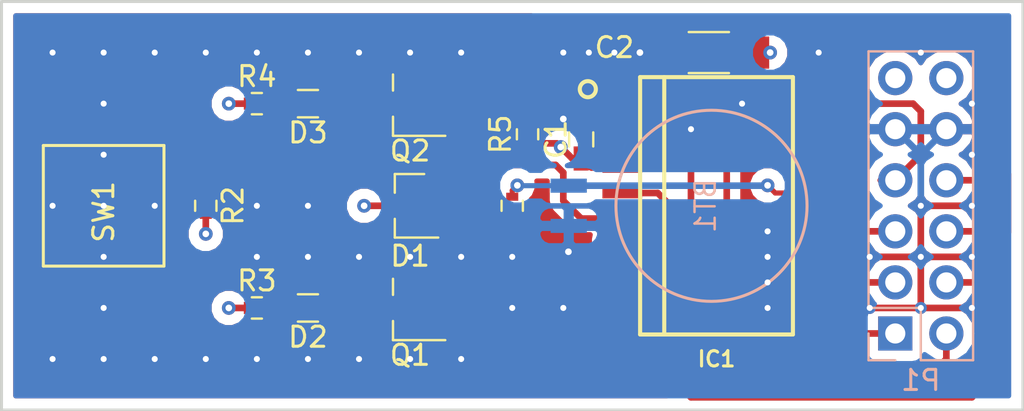
<source format=kicad_pcb>
(kicad_pcb (version 4) (host pcbnew 4.0.7+dfsg1-1~bpo8+1)

  (general
    (links 94)
    (no_connects 0)
    (area 115.887905 83.892571 186.346953 108.544476)
    (thickness 1.6)
    (drawings 4)
    (tracks 140)
    (zones 0)
    (modules 72)
    (nets 28)
  )

  (page A4)
  (layers
    (0 F.Cu signal)
    (1 In1.Cu power)
    (2 In2.Cu power)
    (31 B.Cu signal)
    (32 B.Adhes user)
    (33 F.Adhes user)
    (34 B.Paste user)
    (35 F.Paste user)
    (36 B.SilkS user)
    (37 F.SilkS user)
    (38 B.Mask user)
    (39 F.Mask user)
    (44 Edge.Cuts user)
    (45 Margin user)
    (46 B.CrtYd user)
    (47 F.CrtYd user)
    (48 B.Fab user)
    (49 F.Fab user)
  )

  (setup
    (last_trace_width 0.3302)
    (trace_clearance 0.254)
    (zone_clearance 0.508)
    (zone_45_only no)
    (trace_min 0.1524)
    (segment_width 0.2)
    (edge_width 0.15)
    (via_size 0.6858)
    (via_drill 0.3302)
    (via_min_size 0.6858)
    (via_min_drill 0.3302)
    (uvia_size 0.6858)
    (uvia_drill 0.3302)
    (uvias_allowed no)
    (uvia_min_size 0)
    (uvia_min_drill 0)
    (pcb_text_width 0.3)
    (pcb_text_size 1.5 1.5)
    (mod_edge_width 0.15)
    (mod_text_size 1 1)
    (mod_text_width 0.15)
    (pad_size 0.6 0.6)
    (pad_drill 0.3)
    (pad_to_mask_clearance 0.2)
    (aux_axis_origin 0 0)
    (visible_elements FFFFFF7F)
    (pcbplotparams
      (layerselection 0x010f0_80000007)
      (usegerberextensions false)
      (excludeedgelayer true)
      (linewidth 0.100000)
      (plotframeref false)
      (viasonmask false)
      (mode 1)
      (useauxorigin false)
      (hpglpennumber 1)
      (hpglpenspeed 20)
      (hpglpendiameter 15)
      (hpglpenoverlay 2)
      (psnegative false)
      (psa4output false)
      (plotreference true)
      (plotvalue true)
      (plotinvisibletext false)
      (padsonsilk false)
      (subtractmaskfromsilk false)
      (outputformat 1)
      (mirror false)
      (drillshape 0)
      (scaleselection 1)
      (outputdirectory ""))
  )

  (net 0 "")
  (net 1 GND)
  (net 2 "Net-(BT1-Pad1)")
  (net 3 "Net-(D1-Pad1)")
  (net 4 "Net-(D1-Pad2)")
  (net 5 +3V3)
  (net 6 "Net-(D2-Pad1)")
  (net 7 "Net-(D2-Pad2)")
  (net 8 "Net-(D3-Pad1)")
  (net 9 "Net-(D3-Pad2)")
  (net 10 /pmod_connector/spi1_ss0)
  (net 11 "Net-(IC1-Pad2)")
  (net 12 /ds3234_circuit/32kHz)
  (net 13 /pmod_connector/gpio_mio9)
  (net 14 /ds3234_circuit/rst_n)
  (net 15 "Net-(IC1-Pad7)")
  (net 16 "Net-(IC1-Pad8)")
  (net 17 "Net-(IC1-Pad9)")
  (net 18 "Net-(IC1-Pad10)")
  (net 19 "Net-(IC1-Pad11)")
  (net 20 "Net-(IC1-Pad12)")
  (net 21 "Net-(IC1-Pad13)")
  (net 22 "Net-(IC1-Pad14)")
  (net 23 /pmod_connector/sp1_miso)
  (net 24 /pmod_connector/spi1_clk)
  (net 25 /pmod_connector/gpio_mio14)
  (net 26 /pmod_connector/gpio_mio15)
  (net 27 /pmod_connector/spi1_mosi)

  (net_class Default "This is the default net class."
    (clearance 0.254)
    (trace_width 0.3302)
    (via_dia 0.6858)
    (via_drill 0.3302)
    (uvia_dia 0.6858)
    (uvia_drill 0.3302)
    (add_net +3V3)
    (add_net /ds3234_circuit/32kHz)
    (add_net /ds3234_circuit/rst_n)
    (add_net /pmod_connector/gpio_mio14)
    (add_net /pmod_connector/gpio_mio15)
    (add_net /pmod_connector/gpio_mio9)
    (add_net /pmod_connector/sp1_miso)
    (add_net /pmod_connector/spi1_clk)
    (add_net /pmod_connector/spi1_mosi)
    (add_net /pmod_connector/spi1_ss0)
    (add_net GND)
    (add_net "Net-(BT1-Pad1)")
    (add_net "Net-(D1-Pad1)")
    (add_net "Net-(D1-Pad2)")
    (add_net "Net-(D2-Pad1)")
    (add_net "Net-(D2-Pad2)")
    (add_net "Net-(D3-Pad1)")
    (add_net "Net-(D3-Pad2)")
    (add_net "Net-(IC1-Pad10)")
    (add_net "Net-(IC1-Pad11)")
    (add_net "Net-(IC1-Pad12)")
    (add_net "Net-(IC1-Pad13)")
    (add_net "Net-(IC1-Pad14)")
    (add_net "Net-(IC1-Pad2)")
    (add_net "Net-(IC1-Pad7)")
    (add_net "Net-(IC1-Pad8)")
    (add_net "Net-(IC1-Pad9)")
  )

  (module batter_rec:GND-VIA (layer F.Cu) (tedit 5A94C9C0) (tstamp 5A94E935)
    (at 151.13 92.71)
    (fp_text reference REF** (at 0.1 1.9) (layer F.SilkS) hide
      (effects (font (size 1 1) (thickness 0.15)))
    )
    (fp_text value GND-VIA (at 0 -1.4) (layer F.Fab) hide
      (effects (font (size 1 1) (thickness 0.15)))
    )
    (pad 1 thru_hole circle (at 0 0) (size 0.6 0.6) (drill 0.3) (layers *.Cu)
      (net 1 GND) (zone_connect 2))
  )

  (module batter_rec:GND-VIA (layer F.Cu) (tedit 5A94C9C0) (tstamp 5A94E91D)
    (at 154.94 97.79)
    (fp_text reference REF** (at 0.1 1.9) (layer F.SilkS) hide
      (effects (font (size 1 1) (thickness 0.15)))
    )
    (fp_text value GND-VIA (at 0 -1.4) (layer F.Fab) hide
      (effects (font (size 1 1) (thickness 0.15)))
    )
    (pad 1 thru_hole circle (at 0 0) (size 0.6 0.6) (drill 0.3) (layers *.Cu)
      (net 1 GND) (zone_connect 2))
  )

  (module batter_rec:GND-VIA (layer F.Cu) (tedit 5A94C9C0) (tstamp 5A94E914)
    (at 154.94 100.33)
    (fp_text reference REF** (at 0.1 1.9) (layer F.SilkS) hide
      (effects (font (size 1 1) (thickness 0.15)))
    )
    (fp_text value GND-VIA (at 0 -1.4) (layer F.Fab) hide
      (effects (font (size 1 1) (thickness 0.15)))
    )
    (pad 1 thru_hole circle (at 0 0) (size 0.6 0.6) (drill 0.3) (layers *.Cu)
      (net 1 GND) (zone_connect 2))
  )

  (module batter_rec:GND-VIA (layer F.Cu) (tedit 5A94C9C0) (tstamp 5A94E909)
    (at 154.94 99.06)
    (fp_text reference REF** (at 0.1 1.9) (layer F.SilkS) hide
      (effects (font (size 1 1) (thickness 0.15)))
    )
    (fp_text value GND-VIA (at 0 -1.4) (layer F.Fab) hide
      (effects (font (size 1 1) (thickness 0.15)))
    )
    (pad 1 thru_hole circle (at 0 0) (size 0.6 0.6) (drill 0.3) (layers *.Cu)
      (net 1 GND) (zone_connect 2))
  )

  (module batter_rec:GND-VIA (layer F.Cu) (tedit 5A94C9C0) (tstamp 5A94DF87)
    (at 144.78 101.6)
    (fp_text reference REF** (at 0.1 1.9) (layer F.SilkS) hide
      (effects (font (size 1 1) (thickness 0.15)))
    )
    (fp_text value GND-VIA (at 0 -1.4) (layer F.Fab) hide
      (effects (font (size 1 1) (thickness 0.15)))
    )
    (pad 1 thru_hole circle (at 0 0) (size 0.6 0.6) (drill 0.3) (layers *.Cu)
      (net 1 GND) (zone_connect 2))
  )

  (module batter_rec:GND-VIA (layer F.Cu) (tedit 5A94C9C0) (tstamp 5A94DF82)
    (at 142.24 101.6)
    (fp_text reference REF** (at 0.1 1.9) (layer F.SilkS) hide
      (effects (font (size 1 1) (thickness 0.15)))
    )
    (fp_text value GND-VIA (at 0 -1.4) (layer F.Fab) hide
      (effects (font (size 1 1) (thickness 0.15)))
    )
    (pad 1 thru_hole circle (at 0 0) (size 0.6 0.6) (drill 0.3) (layers *.Cu)
      (net 1 GND) (zone_connect 2))
  )

  (module batter_rec:GND-VIA (layer F.Cu) (tedit 5A94C9C0) (tstamp 5A94DF76)
    (at 132.08 96.52)
    (fp_text reference REF** (at 0.1 1.9) (layer F.SilkS) hide
      (effects (font (size 1 1) (thickness 0.15)))
    )
    (fp_text value GND-VIA (at 0 -1.4) (layer F.Fab) hide
      (effects (font (size 1 1) (thickness 0.15)))
    )
    (pad 1 thru_hole circle (at 0 0) (size 0.6 0.6) (drill 0.3) (layers *.Cu)
      (net 1 GND) (zone_connect 2))
  )

  (module batter_rec:GND-VIA (layer F.Cu) (tedit 5A94C9C0) (tstamp 5A94DF71)
    (at 129.54 96.52)
    (fp_text reference REF** (at 0.1 1.9) (layer F.SilkS) hide
      (effects (font (size 1 1) (thickness 0.15)))
    )
    (fp_text value GND-VIA (at 0 -1.4) (layer F.Fab) hide
      (effects (font (size 1 1) (thickness 0.15)))
    )
    (pad 1 thru_hole circle (at 0 0) (size 0.6 0.6) (drill 0.3) (layers *.Cu)
      (net 1 GND) (zone_connect 2))
  )

  (module batter_rec:GND-VIA (layer F.Cu) (tedit 5A94C9C0) (tstamp 5A94DF5E)
    (at 142.24 99.06)
    (fp_text reference REF** (at 0.1 1.9) (layer F.SilkS) hide
      (effects (font (size 1 1) (thickness 0.15)))
    )
    (fp_text value GND-VIA (at 0 -1.4) (layer F.Fab) hide
      (effects (font (size 1 1) (thickness 0.15)))
    )
    (pad 1 thru_hole circle (at 0 0) (size 0.6 0.6) (drill 0.3) (layers *.Cu)
      (net 1 GND) (zone_connect 2))
  )

  (module batter_rec:GND-VIA (layer F.Cu) (tedit 5A94C9C0) (tstamp 5A94DF56)
    (at 139.7 99.06)
    (fp_text reference REF** (at 0.1 1.9) (layer F.SilkS) hide
      (effects (font (size 1 1) (thickness 0.15)))
    )
    (fp_text value GND-VIA (at 0 -1.4) (layer F.Fab) hide
      (effects (font (size 1 1) (thickness 0.15)))
    )
    (pad 1 thru_hole circle (at 0 0) (size 0.6 0.6) (drill 0.3) (layers *.Cu)
      (net 1 GND) (zone_connect 2))
  )

  (module batter_rec:GND-VIA (layer F.Cu) (tedit 5A94C9C0) (tstamp 5A94DF4E)
    (at 137.16 99.06)
    (fp_text reference REF** (at 0.1 1.9) (layer F.SilkS) hide
      (effects (font (size 1 1) (thickness 0.15)))
    )
    (fp_text value GND-VIA (at 0 -1.4) (layer F.Fab) hide
      (effects (font (size 1 1) (thickness 0.15)))
    )
    (pad 1 thru_hole circle (at 0 0) (size 0.6 0.6) (drill 0.3) (layers *.Cu)
      (net 1 GND) (zone_connect 2))
  )

  (module batter_rec:GND-VIA (layer F.Cu) (tedit 5A94C9C0) (tstamp 5A94DF43)
    (at 134.62 99.06)
    (fp_text reference REF** (at 0.1 1.9) (layer F.SilkS) hide
      (effects (font (size 1 1) (thickness 0.15)))
    )
    (fp_text value GND-VIA (at 0 -1.4) (layer F.Fab) hide
      (effects (font (size 1 1) (thickness 0.15)))
    )
    (pad 1 thru_hole circle (at 0 0) (size 0.6 0.6) (drill 0.3) (layers *.Cu)
      (net 1 GND) (zone_connect 2))
  )

  (module batter_rec:GND-VIA (layer F.Cu) (tedit 5A94C9C0) (tstamp 5A94DF3E)
    (at 132.08 99.06)
    (fp_text reference REF** (at 0.1 1.9) (layer F.SilkS) hide
      (effects (font (size 1 1) (thickness 0.15)))
    )
    (fp_text value GND-VIA (at 0 -1.4) (layer F.Fab) hide
      (effects (font (size 1 1) (thickness 0.15)))
    )
    (pad 1 thru_hole circle (at 0 0) (size 0.6 0.6) (drill 0.3) (layers *.Cu)
      (net 1 GND) (zone_connect 2))
  )

  (module batter_rec:GND-VIA (layer F.Cu) (tedit 5A94C9C0) (tstamp 5A94DF38)
    (at 129.54 99.06)
    (fp_text reference REF** (at 0.1 1.9) (layer F.SilkS) hide
      (effects (font (size 1 1) (thickness 0.15)))
    )
    (fp_text value GND-VIA (at 0 -1.4) (layer F.Fab) hide
      (effects (font (size 1 1) (thickness 0.15)))
    )
    (pad 1 thru_hole circle (at 0 0) (size 0.6 0.6) (drill 0.3) (layers *.Cu)
      (net 1 GND) (zone_connect 2))
  )

  (module batter_rec:GND-VIA (layer F.Cu) (tedit 5A94C9C0) (tstamp 5A94DF2A)
    (at 139.7 104.14)
    (fp_text reference REF** (at 0.1 1.9) (layer F.SilkS) hide
      (effects (font (size 1 1) (thickness 0.15)))
    )
    (fp_text value GND-VIA (at 0 -1.4) (layer F.Fab) hide
      (effects (font (size 1 1) (thickness 0.15)))
    )
    (pad 1 thru_hole circle (at 0 0) (size 0.6 0.6) (drill 0.3) (layers *.Cu)
      (net 1 GND) (zone_connect 2))
  )

  (module batter_rec:GND-VIA (layer F.Cu) (tedit 5A94C9C0) (tstamp 5A94DF1A)
    (at 137.16 104.14)
    (fp_text reference REF** (at 0.1 1.9) (layer F.SilkS) hide
      (effects (font (size 1 1) (thickness 0.15)))
    )
    (fp_text value GND-VIA (at 0 -1.4) (layer F.Fab) hide
      (effects (font (size 1 1) (thickness 0.15)))
    )
    (pad 1 thru_hole circle (at 0 0) (size 0.6 0.6) (drill 0.3) (layers *.Cu)
      (net 1 GND) (zone_connect 2))
  )

  (module batter_rec:GND-VIA (layer F.Cu) (tedit 5A94C9C0) (tstamp 5A94DF0C)
    (at 134.62 104.14)
    (fp_text reference REF** (at 0.1 1.9) (layer F.SilkS) hide
      (effects (font (size 1 1) (thickness 0.15)))
    )
    (fp_text value GND-VIA (at 0 -1.4) (layer F.Fab) hide
      (effects (font (size 1 1) (thickness 0.15)))
    )
    (pad 1 thru_hole circle (at 0 0) (size 0.6 0.6) (drill 0.3) (layers *.Cu)
      (net 1 GND) (zone_connect 2))
  )

  (module batter_rec:GND-VIA (layer F.Cu) (tedit 5A94C9C0) (tstamp 5A94DF07)
    (at 132.08 104.14)
    (fp_text reference REF** (at 0.1 1.9) (layer F.SilkS) hide
      (effects (font (size 1 1) (thickness 0.15)))
    )
    (fp_text value GND-VIA (at 0 -1.4) (layer F.Fab) hide
      (effects (font (size 1 1) (thickness 0.15)))
    )
    (pad 1 thru_hole circle (at 0 0) (size 0.6 0.6) (drill 0.3) (layers *.Cu)
      (net 1 GND) (zone_connect 2))
  )

  (module batter_rec:GND-VIA (layer F.Cu) (tedit 5A94C9C0) (tstamp 5A94DF02)
    (at 129.54 104.14)
    (fp_text reference REF** (at 0.1 1.9) (layer F.SilkS) hide
      (effects (font (size 1 1) (thickness 0.15)))
    )
    (fp_text value GND-VIA (at 0 -1.4) (layer F.Fab) hide
      (effects (font (size 1 1) (thickness 0.15)))
    )
    (pad 1 thru_hole circle (at 0 0) (size 0.6 0.6) (drill 0.3) (layers *.Cu)
      (net 1 GND) (zone_connect 2))
  )

  (module batter_rec:GND-VIA (layer F.Cu) (tedit 5A94C9C0) (tstamp 5A94DEFD)
    (at 127 104.14)
    (fp_text reference REF** (at 0.1 1.9) (layer F.SilkS) hide
      (effects (font (size 1 1) (thickness 0.15)))
    )
    (fp_text value GND-VIA (at 0 -1.4) (layer F.Fab) hide
      (effects (font (size 1 1) (thickness 0.15)))
    )
    (pad 1 thru_hole circle (at 0 0) (size 0.6 0.6) (drill 0.3) (layers *.Cu)
      (net 1 GND) (zone_connect 2))
  )

  (module batter_rec:GND-VIA (layer F.Cu) (tedit 5A94C9C0) (tstamp 5A94DEF7)
    (at 119.38 104.14)
    (fp_text reference REF** (at 0.1 1.9) (layer F.SilkS) hide
      (effects (font (size 1 1) (thickness 0.15)))
    )
    (fp_text value GND-VIA (at 0 -1.4) (layer F.Fab) hide
      (effects (font (size 1 1) (thickness 0.15)))
    )
    (pad 1 thru_hole circle (at 0 0) (size 0.6 0.6) (drill 0.3) (layers *.Cu)
      (net 1 GND) (zone_connect 2))
  )

  (module batter_rec:GND-VIA (layer F.Cu) (tedit 5A94C9C0) (tstamp 5A94DEEF)
    (at 124.46 104.14)
    (fp_text reference REF** (at 0.1 1.9) (layer F.SilkS) hide
      (effects (font (size 1 1) (thickness 0.15)))
    )
    (fp_text value GND-VIA (at 0 -1.4) (layer F.Fab) hide
      (effects (font (size 1 1) (thickness 0.15)))
    )
    (pad 1 thru_hole circle (at 0 0) (size 0.6 0.6) (drill 0.3) (layers *.Cu)
      (net 1 GND) (zone_connect 2))
  )

  (module batter_rec:GND-VIA (layer F.Cu) (tedit 5A94C9C0) (tstamp 5A94DEE9)
    (at 121.92 104.14)
    (fp_text reference REF** (at 0.1 1.9) (layer F.SilkS) hide
      (effects (font (size 1 1) (thickness 0.15)))
    )
    (fp_text value GND-VIA (at 0 -1.4) (layer F.Fab) hide
      (effects (font (size 1 1) (thickness 0.15)))
    )
    (pad 1 thru_hole circle (at 0 0) (size 0.6 0.6) (drill 0.3) (layers *.Cu)
      (net 1 GND) (zone_connect 2))
  )

  (module batter_rec:GND-VIA (layer F.Cu) (tedit 5A94C9C0) (tstamp 5A94DEE3)
    (at 121.92 101.6)
    (fp_text reference REF** (at 0.1 1.9) (layer F.SilkS) hide
      (effects (font (size 1 1) (thickness 0.15)))
    )
    (fp_text value GND-VIA (at 0 -1.4) (layer F.Fab) hide
      (effects (font (size 1 1) (thickness 0.15)))
    )
    (pad 1 thru_hole circle (at 0 0) (size 0.6 0.6) (drill 0.3) (layers *.Cu)
      (net 1 GND) (zone_connect 2))
  )

  (module batter_rec:GND-VIA (layer F.Cu) (tedit 5A94C9C0) (tstamp 5A94DED9)
    (at 121.92 99.06)
    (fp_text reference REF** (at 0.1 1.9) (layer F.SilkS) hide
      (effects (font (size 1 1) (thickness 0.15)))
    )
    (fp_text value GND-VIA (at 0 -1.4) (layer F.Fab) hide
      (effects (font (size 1 1) (thickness 0.15)))
    )
    (pad 1 thru_hole circle (at 0 0) (size 0.6 0.6) (drill 0.3) (layers *.Cu)
      (net 1 GND) (zone_connect 2))
  )

  (module batter_rec:GND-VIA (layer F.Cu) (tedit 5A94C9C0) (tstamp 5A94DED3)
    (at 119.38 96.52)
    (fp_text reference REF** (at 0.1 1.9) (layer F.SilkS) hide
      (effects (font (size 1 1) (thickness 0.15)))
    )
    (fp_text value GND-VIA (at 0 -1.4) (layer F.Fab) hide
      (effects (font (size 1 1) (thickness 0.15)))
    )
    (pad 1 thru_hole circle (at 0 0) (size 0.6 0.6) (drill 0.3) (layers *.Cu)
      (net 1 GND) (zone_connect 2))
  )

  (module batter_rec:GND-VIA (layer F.Cu) (tedit 5A94C9C0) (tstamp 5A94DECD)
    (at 124.46 96.52)
    (fp_text reference REF** (at 0.1 1.9) (layer F.SilkS) hide
      (effects (font (size 1 1) (thickness 0.15)))
    )
    (fp_text value GND-VIA (at 0 -1.4) (layer F.Fab) hide
      (effects (font (size 1 1) (thickness 0.15)))
    )
    (pad 1 thru_hole circle (at 0 0) (size 0.6 0.6) (drill 0.3) (layers *.Cu)
      (net 1 GND) (zone_connect 2))
  )

  (module batter_rec:GND-VIA (layer F.Cu) (tedit 5A94C9C0) (tstamp 5A94DEC4)
    (at 121.92 96.52)
    (fp_text reference REF** (at 0.1 1.9) (layer F.SilkS) hide
      (effects (font (size 1 1) (thickness 0.15)))
    )
    (fp_text value GND-VIA (at 0 -1.4) (layer F.Fab) hide
      (effects (font (size 1 1) (thickness 0.15)))
    )
    (pad 1 thru_hole circle (at 0 0) (size 0.6 0.6) (drill 0.3) (layers *.Cu)
      (net 1 GND) (zone_connect 2))
  )

  (module batter_rec:GND-VIA (layer F.Cu) (tedit 5A94C9C0) (tstamp 5A94DEBF)
    (at 121.92 93.98)
    (fp_text reference REF** (at 0.1 1.9) (layer F.SilkS) hide
      (effects (font (size 1 1) (thickness 0.15)))
    )
    (fp_text value GND-VIA (at 0 -1.4) (layer F.Fab) hide
      (effects (font (size 1 1) (thickness 0.15)))
    )
    (pad 1 thru_hole circle (at 0 0) (size 0.6 0.6) (drill 0.3) (layers *.Cu)
      (net 1 GND) (zone_connect 2))
  )

  (module batter_rec:GND-VIA (layer F.Cu) (tedit 5A94C9C0) (tstamp 5A94DEBA)
    (at 121.92 91.44)
    (fp_text reference REF** (at 0.1 1.9) (layer F.SilkS) hide
      (effects (font (size 1 1) (thickness 0.15)))
    )
    (fp_text value GND-VIA (at 0 -1.4) (layer F.Fab) hide
      (effects (font (size 1 1) (thickness 0.15)))
    )
    (pad 1 thru_hole circle (at 0 0) (size 0.6 0.6) (drill 0.3) (layers *.Cu)
      (net 1 GND) (zone_connect 2))
  )

  (module batter_rec:GND-VIA (layer F.Cu) (tedit 5A94C9C0) (tstamp 5A94DEB6)
    (at 119.38 88.9)
    (fp_text reference REF** (at 0.1 1.9) (layer F.SilkS) hide
      (effects (font (size 1 1) (thickness 0.15)))
    )
    (fp_text value GND-VIA (at 0 -1.4) (layer F.Fab) hide
      (effects (font (size 1 1) (thickness 0.15)))
    )
    (pad 1 thru_hole circle (at 0 0) (size 0.6 0.6) (drill 0.3) (layers *.Cu)
      (net 1 GND) (zone_connect 2))
  )

  (module batter_rec:GND-VIA (layer F.Cu) (tedit 5A94C9C0) (tstamp 5A94DEB1)
    (at 121.92 88.9)
    (fp_text reference REF** (at 0.1 1.9) (layer F.SilkS) hide
      (effects (font (size 1 1) (thickness 0.15)))
    )
    (fp_text value GND-VIA (at 0 -1.4) (layer F.Fab) hide
      (effects (font (size 1 1) (thickness 0.15)))
    )
    (pad 1 thru_hole circle (at 0 0) (size 0.6 0.6) (drill 0.3) (layers *.Cu)
      (net 1 GND) (zone_connect 2))
  )

  (module batter_rec:GND-VIA (layer F.Cu) (tedit 5A94C9C0) (tstamp 5A94DEAC)
    (at 124.46 88.9)
    (fp_text reference REF** (at 0.1 1.9) (layer F.SilkS) hide
      (effects (font (size 1 1) (thickness 0.15)))
    )
    (fp_text value GND-VIA (at 0 -1.4) (layer F.Fab) hide
      (effects (font (size 1 1) (thickness 0.15)))
    )
    (pad 1 thru_hole circle (at 0 0) (size 0.6 0.6) (drill 0.3) (layers *.Cu)
      (net 1 GND) (zone_connect 2))
  )

  (module batter_rec:GND-VIA (layer F.Cu) (tedit 5A94C9C0) (tstamp 5A94DEA7)
    (at 127 88.9)
    (fp_text reference REF** (at 0.1 1.9) (layer F.SilkS) hide
      (effects (font (size 1 1) (thickness 0.15)))
    )
    (fp_text value GND-VIA (at 0 -1.4) (layer F.Fab) hide
      (effects (font (size 1 1) (thickness 0.15)))
    )
    (pad 1 thru_hole circle (at 0 0) (size 0.6 0.6) (drill 0.3) (layers *.Cu)
      (net 1 GND) (zone_connect 2))
  )

  (module batter_rec:GND-VIA (layer F.Cu) (tedit 5A94C9C0) (tstamp 5A94DEA2)
    (at 129.54 88.9)
    (fp_text reference REF** (at 0.1 1.9) (layer F.SilkS) hide
      (effects (font (size 1 1) (thickness 0.15)))
    )
    (fp_text value GND-VIA (at 0 -1.4) (layer F.Fab) hide
      (effects (font (size 1 1) (thickness 0.15)))
    )
    (pad 1 thru_hole circle (at 0 0) (size 0.6 0.6) (drill 0.3) (layers *.Cu)
      (net 1 GND) (zone_connect 2))
  )

  (module batter_rec:GND-VIA (layer F.Cu) (tedit 5A94C9C0) (tstamp 5A94DE9D)
    (at 132.08 88.9)
    (fp_text reference REF** (at 0.1 1.9) (layer F.SilkS) hide
      (effects (font (size 1 1) (thickness 0.15)))
    )
    (fp_text value GND-VIA (at 0 -1.4) (layer F.Fab) hide
      (effects (font (size 1 1) (thickness 0.15)))
    )
    (pad 1 thru_hole circle (at 0 0) (size 0.6 0.6) (drill 0.3) (layers *.Cu)
      (net 1 GND) (zone_connect 2))
  )

  (module batter_rec:GND-VIA (layer F.Cu) (tedit 5A94C9C0) (tstamp 5A94DE98)
    (at 134.62 88.9)
    (fp_text reference REF** (at 0.1 1.9) (layer F.SilkS) hide
      (effects (font (size 1 1) (thickness 0.15)))
    )
    (fp_text value GND-VIA (at 0 -1.4) (layer F.Fab) hide
      (effects (font (size 1 1) (thickness 0.15)))
    )
    (pad 1 thru_hole circle (at 0 0) (size 0.6 0.6) (drill 0.3) (layers *.Cu)
      (net 1 GND) (zone_connect 2))
  )

  (module batter_rec:GND-VIA (layer F.Cu) (tedit 5A94C9C0) (tstamp 5A94DE93)
    (at 137.16 88.9)
    (fp_text reference REF** (at 0.1 1.9) (layer F.SilkS) hide
      (effects (font (size 1 1) (thickness 0.15)))
    )
    (fp_text value GND-VIA (at 0 -1.4) (layer F.Fab) hide
      (effects (font (size 1 1) (thickness 0.15)))
    )
    (pad 1 thru_hole circle (at 0 0) (size 0.6 0.6) (drill 0.3) (layers *.Cu)
      (net 1 GND) (zone_connect 2))
  )

  (module batter_rec:GND-VIA (layer F.Cu) (tedit 5A94C9C0) (tstamp 5A94DE23)
    (at 139.7 88.9)
    (fp_text reference REF** (at 0.1 1.9) (layer F.SilkS) hide
      (effects (font (size 1 1) (thickness 0.15)))
    )
    (fp_text value GND-VIA (at 0 -1.4) (layer F.Fab) hide
      (effects (font (size 1 1) (thickness 0.15)))
    )
    (pad 1 thru_hole circle (at 0 0) (size 0.6 0.6) (drill 0.3) (layers *.Cu)
      (net 1 GND) (zone_connect 2))
  )

  (module batter_rec:GND-VIA (layer F.Cu) (tedit 5A94C9C0) (tstamp 5A94CE5D)
    (at 144.78 88.9)
    (fp_text reference REF** (at 0.1 1.9) (layer F.SilkS) hide
      (effects (font (size 1 1) (thickness 0.15)))
    )
    (fp_text value GND-VIA (at 0 -1.4) (layer F.Fab) hide
      (effects (font (size 1 1) (thickness 0.15)))
    )
    (pad 1 thru_hole circle (at 0 0) (size 0.6 0.6) (drill 0.3) (layers *.Cu)
      (net 1 GND) (zone_connect 2))
  )

  (module batter_rec:GND-VIA (layer F.Cu) (tedit 5A94C9C0) (tstamp 5A94CE4F)
    (at 146.05 88.9)
    (fp_text reference REF** (at 0.1 1.9) (layer F.SilkS) hide
      (effects (font (size 1 1) (thickness 0.15)))
    )
    (fp_text value GND-VIA (at 0 -1.4) (layer F.Fab) hide
      (effects (font (size 1 1) (thickness 0.15)))
    )
    (pad 1 thru_hole circle (at 0 0) (size 0.6 0.6) (drill 0.3) (layers *.Cu)
      (net 1 GND) (zone_connect 2))
  )

  (module batter_rec:GND-VIA (layer F.Cu) (tedit 5A94C9C0) (tstamp 5A94CE45)
    (at 147.32 88.9)
    (fp_text reference REF** (at 0.1 1.9) (layer F.SilkS) hide
      (effects (font (size 1 1) (thickness 0.15)))
    )
    (fp_text value GND-VIA (at 0 -1.4) (layer F.Fab) hide
      (effects (font (size 1 1) (thickness 0.15)))
    )
    (pad 1 thru_hole circle (at 0 0) (size 0.6 0.6) (drill 0.3) (layers *.Cu)
      (net 1 GND) (zone_connect 2))
  )

  (module batter_rec:GND-VIA (layer F.Cu) (tedit 5A94C9C0) (tstamp 5A94CE33)
    (at 165.1 93.98)
    (fp_text reference REF** (at 0.1 1.9) (layer F.SilkS) hide
      (effects (font (size 1 1) (thickness 0.15)))
    )
    (fp_text value GND-VIA (at 0 -1.4) (layer F.Fab) hide
      (effects (font (size 1 1) (thickness 0.15)))
    )
    (pad 1 thru_hole circle (at 0 0) (size 0.6 0.6) (drill 0.3) (layers *.Cu)
      (net 1 GND) (zone_connect 2))
  )

  (module batter_rec:GND-VIA (layer F.Cu) (tedit 5A94C9C0) (tstamp 5A94CE21)
    (at 165.1 91.44)
    (fp_text reference REF** (at 0.1 1.9) (layer F.SilkS) hide
      (effects (font (size 1 1) (thickness 0.15)))
    )
    (fp_text value GND-VIA (at 0 -1.4) (layer F.Fab) hide
      (effects (font (size 1 1) (thickness 0.15)))
    )
    (pad 1 thru_hole circle (at 0 0) (size 0.6 0.6) (drill 0.3) (layers *.Cu)
      (net 1 GND) (zone_connect 2))
  )

  (module batter_rec:GND-VIA (layer F.Cu) (tedit 5A94C9C0) (tstamp 5A94CE17)
    (at 162.56 88.9)
    (fp_text reference REF** (at 0.1 1.9) (layer F.SilkS) hide
      (effects (font (size 1 1) (thickness 0.15)))
    )
    (fp_text value GND-VIA (at 0 -1.4) (layer F.Fab) hide
      (effects (font (size 1 1) (thickness 0.15)))
    )
    (pad 1 thru_hole circle (at 0 0) (size 0.6 0.6) (drill 0.3) (layers *.Cu)
      (net 1 GND) (zone_connect 2))
  )

  (module batter_rec:GND-VIA (layer F.Cu) (tedit 5A94C9C0) (tstamp 5A94CE01)
    (at 157.48 88.9)
    (fp_text reference REF** (at 0.1 1.9) (layer F.SilkS) hide
      (effects (font (size 1 1) (thickness 0.15)))
    )
    (fp_text value GND-VIA (at 0 -1.4) (layer F.Fab) hide
      (effects (font (size 1 1) (thickness 0.15)))
    )
    (pad 1 thru_hole circle (at 0 0) (size 0.6 0.6) (drill 0.3) (layers *.Cu)
      (net 1 GND) (zone_connect 2))
  )

  (module batter_rec:GND-VIA (layer F.Cu) (tedit 5A94C9C0) (tstamp 5A94CDEE)
    (at 153.67 91.44)
    (fp_text reference REF** (at 0.1 1.9) (layer F.SilkS) hide
      (effects (font (size 1 1) (thickness 0.15)))
    )
    (fp_text value GND-VIA (at 0 -1.4) (layer F.Fab) hide
      (effects (font (size 1 1) (thickness 0.15)))
    )
    (pad 1 thru_hole circle (at 0 0) (size 0.6 0.6) (drill 0.3) (layers *.Cu)
      (net 1 GND) (zone_connect 2))
  )

  (module batter_rec:GND-VIA (layer F.Cu) (tedit 5A94C9C0) (tstamp 5A94CDC4)
    (at 154.94 101.6)
    (fp_text reference REF** (at 0.1 1.9) (layer F.SilkS) hide
      (effects (font (size 1 1) (thickness 0.15)))
    )
    (fp_text value GND-VIA (at 0 -1.4) (layer F.Fab) hide
      (effects (font (size 1 1) (thickness 0.15)))
    )
    (pad 1 thru_hole circle (at 0 0) (size 0.6 0.6) (drill 0.3) (layers *.Cu)
      (net 1 GND) (zone_connect 2))
  )

  (module batter_rec:GND-VIA (layer F.Cu) (tedit 5A94C9C0) (tstamp 5A94CC3B)
    (at 160.02 101.6)
    (fp_text reference REF** (at 0.1 1.9) (layer F.SilkS) hide
      (effects (font (size 1 1) (thickness 0.15)))
    )
    (fp_text value GND-VIA (at 0 -1.4) (layer F.Fab) hide
      (effects (font (size 1 1) (thickness 0.15)))
    )
    (pad 1 thru_hole circle (at 0 0) (size 0.6 0.6) (drill 0.3) (layers *.Cu)
      (net 1 GND) (zone_connect 2))
  )

  (module batter_rec:GND-VIA (layer F.Cu) (tedit 5A94C9C0) (tstamp 5A94CB6E)
    (at 165.1 99.06)
    (fp_text reference REF** (at 0.1 1.9) (layer F.SilkS) hide
      (effects (font (size 1 1) (thickness 0.15)))
    )
    (fp_text value GND-VIA (at 0 -1.4) (layer F.Fab) hide
      (effects (font (size 1 1) (thickness 0.15)))
    )
    (pad 1 thru_hole circle (at 0 0) (size 0.6 0.6) (drill 0.3) (layers *.Cu)
      (net 1 GND) (zone_connect 2))
  )

  (module batter_rec:GND-VIA (layer F.Cu) (tedit 5A94C9C0) (tstamp 5A94CB4A)
    (at 160.02 99.06)
    (fp_text reference REF** (at 0.1 1.9) (layer F.SilkS) hide
      (effects (font (size 1 1) (thickness 0.15)))
    )
    (fp_text value GND-VIA (at 0 -1.4) (layer F.Fab) hide
      (effects (font (size 1 1) (thickness 0.15)))
    )
    (pad 1 thru_hole circle (at 0 0) (size 0.6 0.6) (drill 0.3) (layers *.Cu)
      (net 1 GND) (zone_connect 2))
  )

  (module batter_rec:GND-VIA (layer F.Cu) (tedit 5A94C9C0) (tstamp 5A94CA5A)
    (at 162.56 101.6)
    (fp_text reference REF** (at 0.1 1.9) (layer F.SilkS) hide
      (effects (font (size 1 1) (thickness 0.15)))
    )
    (fp_text value GND-VIA (at 0 -1.4) (layer F.Fab) hide
      (effects (font (size 1 1) (thickness 0.15)))
    )
    (pad 1 thru_hole circle (at 0 0) (size 0.6 0.6) (drill 0.3) (layers *.Cu)
      (net 1 GND) (zone_connect 2))
  )

  (module batter_rec:GND-VIA (layer F.Cu) (tedit 5A94C9C0) (tstamp 5A94CA40)
    (at 165.1 101.6)
    (fp_text reference REF** (at 0.1 1.9) (layer F.SilkS) hide
      (effects (font (size 1 1) (thickness 0.15)))
    )
    (fp_text value GND-VIA (at 0 -1.4) (layer F.Fab) hide
      (effects (font (size 1 1) (thickness 0.15)))
    )
    (pad 1 thru_hole circle (at 0 0) (size 0.6 0.6) (drill 0.3) (layers *.Cu)
      (net 1 GND) (zone_connect 2))
  )

  (module batter_rec:GND-VIA (layer F.Cu) (tedit 5A94C9C0) (tstamp 5A94CA24)
    (at 162.56 99.06)
    (fp_text reference REF** (at 0.1 1.9) (layer F.SilkS) hide
      (effects (font (size 1 1) (thickness 0.15)))
    )
    (fp_text value GND-VIA (at 0 -1.4) (layer F.Fab) hide
      (effects (font (size 1 1) (thickness 0.15)))
    )
    (pad 1 thru_hole circle (at 0 0) (size 0.6 0.6) (drill 0.3) (layers *.Cu)
      (net 1 GND) (zone_connect 2))
  )

  (module batter_rec:GND-VIA (layer F.Cu) (tedit 5A94C9C0) (tstamp 5A94CA01)
    (at 162.56 96.52)
    (fp_text reference REF** (at 0.1 1.9) (layer F.SilkS) hide
      (effects (font (size 1 1) (thickness 0.15)))
    )
    (fp_text value GND-VIA (at 0 -1.4) (layer F.Fab) hide
      (effects (font (size 1 1) (thickness 0.15)))
    )
    (pad 1 thru_hole circle (at 0 0) (size 0.6 0.6) (drill 0.3) (layers *.Cu)
      (net 1 GND) (zone_connect 2))
  )

  (module batter_rec:MS920T-FL27E (layer B.Cu) (tedit 5A94C13E) (tstamp 5A9399C4)
    (at 146.05 96.52 180)
    (path /5A88DD71/5A89AE9B)
    (fp_text reference BT1 (at -5.8 0 450) (layer B.SilkS)
      (effects (font (size 1 1) (thickness 0.125)) (justify mirror))
    )
    (fp_text value MS920T-FL27E (at -5.625 5.65 180) (layer B.Fab) hide
      (effects (font (size 1 1) (thickness 0.15)) (justify mirror))
    )
    (fp_circle (center -6.1 0) (end -5.4 4.7) (layer B.SilkS) (width 0.15))
    (pad 2 smd rect (at 1 -1 180) (size 1.8 0.7) (layers B.Cu B.Paste B.Mask)
      (net 1 GND))
    (pad 1 smd rect (at 1 1 180) (size 1.8 0.7) (layers B.Cu B.Paste B.Mask)
      (net 2 "Net-(BT1-Pad1)"))
  )

  (module TO_SOT_Packages_SMD:SOT-23 (layer F.Cu) (tedit 5A937F88) (tstamp 5A9399CB)
    (at 137.16 96.52 180)
    (descr "SOT-23, Standard")
    (tags SOT-23)
    (path /5A88DD71/5A89AF46)
    (attr smd)
    (fp_text reference D1 (at 0 -2.5 180) (layer F.SilkS)
      (effects (font (size 1 1) (thickness 0.15)))
    )
    (fp_text value BAS40-04 (at 0 2.5 180) (layer F.Fab) hide
      (effects (font (size 1 1) (thickness 0.15)))
    )
    (fp_text user %R (at 0 0 270) (layer F.Fab)
      (effects (font (size 0.5 0.5) (thickness 0.075)))
    )
    (fp_line (start -0.7 -0.95) (end -0.7 1.5) (layer F.Fab) (width 0.1))
    (fp_line (start -0.15 -1.52) (end 0.7 -1.52) (layer F.Fab) (width 0.1))
    (fp_line (start -0.7 -0.95) (end -0.15 -1.52) (layer F.Fab) (width 0.1))
    (fp_line (start 0.7 -1.52) (end 0.7 1.52) (layer F.Fab) (width 0.1))
    (fp_line (start -0.7 1.52) (end 0.7 1.52) (layer F.Fab) (width 0.1))
    (fp_line (start 0.76 1.58) (end 0.76 0.65) (layer F.SilkS) (width 0.12))
    (fp_line (start 0.76 -1.58) (end 0.76 -0.65) (layer F.SilkS) (width 0.12))
    (fp_line (start -1.7 -1.75) (end 1.7 -1.75) (layer F.CrtYd) (width 0.05))
    (fp_line (start 1.7 -1.75) (end 1.7 1.75) (layer F.CrtYd) (width 0.05))
    (fp_line (start 1.7 1.75) (end -1.7 1.75) (layer F.CrtYd) (width 0.05))
    (fp_line (start -1.7 1.75) (end -1.7 -1.75) (layer F.CrtYd) (width 0.05))
    (fp_line (start 0.76 -1.58) (end -1.4 -1.58) (layer F.SilkS) (width 0.12))
    (fp_line (start 0.76 1.58) (end -0.7 1.58) (layer F.SilkS) (width 0.12))
    (pad 1 smd rect (at -1 -0.95 180) (size 0.9 0.8) (layers F.Cu F.Paste F.Mask)
      (net 3 "Net-(D1-Pad1)"))
    (pad 2 smd rect (at -1 0.95 180) (size 0.9 0.8) (layers F.Cu F.Paste F.Mask)
      (net 4 "Net-(D1-Pad2)"))
    (pad 3 smd rect (at 1 0 180) (size 0.9 0.8) (layers F.Cu F.Paste F.Mask)
      (net 5 +3V3))
    (model ${KISYS3DMOD}/TO_SOT_Packages_SMD.3dshapes/SOT-23.wrl
      (at (xyz 0 0 0))
      (scale (xyz 1 1 1))
      (rotate (xyz 0 0 0))
    )
  )

  (module Resistors_SMD:R_0603 (layer F.Cu) (tedit 5A937F6E) (tstamp 5A9399D1)
    (at 132.08 101.6 180)
    (descr "Resistor SMD 0603, reflow soldering, Vishay (see dcrcw.pdf)")
    (tags "resistor 0603")
    (path /5A89ABFD/5A89BA17)
    (attr smd)
    (fp_text reference D2 (at 0 -1.45 180) (layer F.SilkS)
      (effects (font (size 1 1) (thickness 0.15)))
    )
    (fp_text value "LG L29K-F2J1-24-Z" (at 0 1.5 270) (layer F.Fab) hide
      (effects (font (size 1 1) (thickness 0.15)))
    )
    (fp_text user %R (at 0 0 180) (layer F.Fab)
      (effects (font (size 0.4 0.4) (thickness 0.075)))
    )
    (fp_line (start -0.8 0.4) (end -0.8 -0.4) (layer F.Fab) (width 0.1))
    (fp_line (start 0.8 0.4) (end -0.8 0.4) (layer F.Fab) (width 0.1))
    (fp_line (start 0.8 -0.4) (end 0.8 0.4) (layer F.Fab) (width 0.1))
    (fp_line (start -0.8 -0.4) (end 0.8 -0.4) (layer F.Fab) (width 0.1))
    (fp_line (start 0.5 0.68) (end -0.5 0.68) (layer F.SilkS) (width 0.12))
    (fp_line (start -0.5 -0.68) (end 0.5 -0.68) (layer F.SilkS) (width 0.12))
    (fp_line (start -1.25 -0.7) (end 1.25 -0.7) (layer F.CrtYd) (width 0.05))
    (fp_line (start -1.25 -0.7) (end -1.25 0.7) (layer F.CrtYd) (width 0.05))
    (fp_line (start 1.25 0.7) (end 1.25 -0.7) (layer F.CrtYd) (width 0.05))
    (fp_line (start 1.25 0.7) (end -1.25 0.7) (layer F.CrtYd) (width 0.05))
    (pad 1 smd rect (at -0.75 0 180) (size 0.5 0.9) (layers F.Cu F.Paste F.Mask)
      (net 6 "Net-(D2-Pad1)"))
    (pad 2 smd rect (at 0.75 0 180) (size 0.5 0.9) (layers F.Cu F.Paste F.Mask)
      (net 7 "Net-(D2-Pad2)"))
    (model ${KISYS3DMOD}/Resistors_SMD.3dshapes/R_0603.wrl
      (at (xyz 0 0 0))
      (scale (xyz 1 1 1))
      (rotate (xyz 0 0 0))
    )
  )

  (module Resistors_SMD:R_0603 (layer F.Cu) (tedit 5A937F77) (tstamp 5A9399D7)
    (at 132.08 91.44 180)
    (descr "Resistor SMD 0603, reflow soldering, Vishay (see dcrcw.pdf)")
    (tags "resistor 0603")
    (path /5A89ABFD/5A89BBE4)
    (attr smd)
    (fp_text reference D3 (at 0 -1.45 180) (layer F.SilkS)
      (effects (font (size 1 1) (thickness 0.15)))
    )
    (fp_text value "LS L29K-G1J2-1-Z" (at 0 1.5 180) (layer F.Fab) hide
      (effects (font (size 1 1) (thickness 0.15)))
    )
    (fp_text user %R (at 0 0 180) (layer F.Fab)
      (effects (font (size 0.4 0.4) (thickness 0.075)))
    )
    (fp_line (start -0.8 0.4) (end -0.8 -0.4) (layer F.Fab) (width 0.1))
    (fp_line (start 0.8 0.4) (end -0.8 0.4) (layer F.Fab) (width 0.1))
    (fp_line (start 0.8 -0.4) (end 0.8 0.4) (layer F.Fab) (width 0.1))
    (fp_line (start -0.8 -0.4) (end 0.8 -0.4) (layer F.Fab) (width 0.1))
    (fp_line (start 0.5 0.68) (end -0.5 0.68) (layer F.SilkS) (width 0.12))
    (fp_line (start -0.5 -0.68) (end 0.5 -0.68) (layer F.SilkS) (width 0.12))
    (fp_line (start -1.25 -0.7) (end 1.25 -0.7) (layer F.CrtYd) (width 0.05))
    (fp_line (start -1.25 -0.7) (end -1.25 0.7) (layer F.CrtYd) (width 0.05))
    (fp_line (start 1.25 0.7) (end 1.25 -0.7) (layer F.CrtYd) (width 0.05))
    (fp_line (start 1.25 0.7) (end -1.25 0.7) (layer F.CrtYd) (width 0.05))
    (pad 1 smd rect (at -0.75 0 180) (size 0.5 0.9) (layers F.Cu F.Paste F.Mask)
      (net 8 "Net-(D3-Pad1)"))
    (pad 2 smd rect (at 0.75 0 180) (size 0.5 0.9) (layers F.Cu F.Paste F.Mask)
      (net 9 "Net-(D3-Pad2)"))
    (model ${KISYS3DMOD}/Resistors_SMD.3dshapes/R_0603.wrl
      (at (xyz 0 0 0))
      (scale (xyz 1 1 1))
      (rotate (xyz 0 0 0))
    )
  )

  (module soic:SOIC20 (layer F.Cu) (tedit 0) (tstamp 5A9399F5)
    (at 152.4 96.52)
    (path /5A88DD71/5A891BA8)
    (solder_paste_margin -0.0508)
    (attr smd)
    (fp_text reference IC1 (at 0 7.62) (layer F.SilkS)
      (effects (font (size 0.762 0.762) (thickness 0.1524)))
    )
    (fp_text value DS3234 (at 0 0) (layer F.SilkS) hide
      (effects (font (size 0.762 0.762) (thickness 0.1524)))
    )
    (fp_circle (center -6.4 -5.8) (end -6 -5.8) (layer F.SilkS) (width 0.2032))
    (fp_line (start -2.6 -6.4) (end -2.6 6.4) (layer F.SilkS) (width 0.2032))
    (fp_line (start -3.8 6.4) (end 3.8 6.4) (layer F.SilkS) (width 0.2032))
    (fp_line (start 3.8 6.4) (end 3.8 -6.4) (layer F.SilkS) (width 0.2032))
    (fp_line (start 3.8 -6.4) (end -3.8 -6.4) (layer F.SilkS) (width 0.2032))
    (fp_line (start -3.8 -6.4) (end -3.8 6.4) (layer F.SilkS) (width 0.2032))
    (pad 1 smd rect (at -4.685 -5.715) (size 1.98 0.53) (layers F.Cu F.Paste F.Mask)
      (net 10 /pmod_connector/spi1_ss0))
    (pad 2 smd rect (at -4.685 -4.445) (size 1.98 0.53) (layers F.Cu F.Paste F.Mask)
      (net 11 "Net-(IC1-Pad2)"))
    (pad 3 smd rect (at -4.685 -3.175) (size 1.98 0.53) (layers F.Cu F.Paste F.Mask)
      (net 12 /ds3234_circuit/32kHz))
    (pad 4 smd rect (at -4.685 -1.905) (size 1.98 0.53) (layers F.Cu F.Paste F.Mask)
      (net 5 +3V3))
    (pad 5 smd rect (at -4.685 -0.635) (size 1.98 0.53) (layers F.Cu F.Paste F.Mask)
      (net 13 /pmod_connector/gpio_mio9))
    (pad 6 smd rect (at -4.685 0.635) (size 1.98 0.53) (layers F.Cu F.Paste F.Mask)
      (net 14 /ds3234_circuit/rst_n))
    (pad 7 smd rect (at -4.685 1.905) (size 1.98 0.53) (layers F.Cu F.Paste F.Mask)
      (net 15 "Net-(IC1-Pad7)"))
    (pad 8 smd rect (at -4.685 3.175) (size 1.98 0.53) (layers F.Cu F.Paste F.Mask)
      (net 16 "Net-(IC1-Pad8)"))
    (pad 9 smd rect (at -4.685 4.445) (size 1.98 0.53) (layers F.Cu F.Paste F.Mask)
      (net 17 "Net-(IC1-Pad9)"))
    (pad 10 smd rect (at -4.685 5.715) (size 1.98 0.53) (layers F.Cu F.Paste F.Mask)
      (net 18 "Net-(IC1-Pad10)"))
    (pad 11 smd rect (at 4.685 5.715) (size 1.98 0.53) (layers F.Cu F.Paste F.Mask)
      (net 19 "Net-(IC1-Pad11)"))
    (pad 12 smd rect (at 4.685 4.445) (size 1.98 0.53) (layers F.Cu F.Paste F.Mask)
      (net 20 "Net-(IC1-Pad12)"))
    (pad 13 smd rect (at 4.685 3.175) (size 1.98 0.53) (layers F.Cu F.Paste F.Mask)
      (net 21 "Net-(IC1-Pad13)"))
    (pad 14 smd rect (at 4.685 1.905) (size 1.98 0.53) (layers F.Cu F.Paste F.Mask)
      (net 22 "Net-(IC1-Pad14)"))
    (pad 15 smd rect (at 4.685 0.635) (size 1.98 0.53) (layers F.Cu F.Paste F.Mask)
      (net 1 GND))
    (pad 16 smd rect (at 4.685 -0.635) (size 1.98 0.53) (layers F.Cu F.Paste F.Mask)
      (net 2 "Net-(BT1-Pad1)"))
    (pad 17 smd rect (at 4.685 -1.905) (size 1.98 0.53) (layers F.Cu F.Paste F.Mask)
      (net 27 /pmod_connector/spi1_mosi))
    (pad 18 smd rect (at 4.685 -3.175) (size 1.98 0.53) (layers F.Cu F.Paste F.Mask)
      (net 24 /pmod_connector/spi1_clk))
    (pad 19 smd rect (at 4.685 -4.445) (size 1.98 0.53) (layers F.Cu F.Paste F.Mask)
      (net 23 /pmod_connector/sp1_miso))
    (pad 20 smd rect (at 4.685 -5.715) (size 1.98 0.53) (layers F.Cu F.Paste F.Mask)
      (net 24 /pmod_connector/spi1_clk))
  )

  (module TO_SOT_Packages_SMD:SuperSOT-3 (layer F.Cu) (tedit 5A937F74) (tstamp 5A939A0C)
    (at 137.16 101.6 180)
    (descr "3-pin SuperSOT package https://www.fairchildsemi.com/package-drawings/MA/MA03B.pdf")
    (tags "SuperSOT-3 SSOT-3")
    (path /5A89ABFD/5A89BB53)
    (attr smd)
    (fp_text reference Q1 (at 0 -2.35 180) (layer F.SilkS)
      (effects (font (size 1 1) (thickness 0.15)))
    )
    (fp_text value FDN339AN (at 0 2.4 180) (layer F.Fab) hide
      (effects (font (size 1 1) (thickness 0.15)))
    )
    (fp_text user %R (at 0 0 270) (layer F.Fab)
      (effects (font (size 0.5 0.5) (thickness 0.075)))
    )
    (fp_line (start 0.85 0.65) (end 0.85 1.45) (layer F.SilkS) (width 0.12))
    (fp_line (start -1.75 -1.6) (end 0.85 -1.6) (layer F.SilkS) (width 0.12))
    (fp_line (start 0.85 -1.6) (end 0.85 -0.65) (layer F.SilkS) (width 0.12))
    (fp_line (start 0.7 -1.45) (end 0.7 1.45) (layer F.Fab) (width 0.12))
    (fp_line (start 0.7 1.45) (end -0.7 1.45) (layer F.Fab) (width 0.12))
    (fp_line (start -0.7 1.45) (end -0.7 -0.9) (layer F.Fab) (width 0.12))
    (fp_line (start -0.7 -0.9) (end -0.15 -1.45) (layer F.Fab) (width 0.12))
    (fp_line (start -0.15 -1.45) (end 0.7 -1.45) (layer F.Fab) (width 0.12))
    (fp_line (start -2.05 -1.7) (end 2.05 -1.7) (layer F.CrtYd) (width 0.05))
    (fp_line (start -2.05 -1.7) (end -2.05 1.7) (layer F.CrtYd) (width 0.05))
    (fp_line (start 2.05 1.7) (end 2.05 -1.7) (layer F.CrtYd) (width 0.05))
    (fp_line (start 2.05 1.7) (end -2.05 1.7) (layer F.CrtYd) (width 0.05))
    (pad 1 smd rect (at -1.1 -0.95 180) (size 1.4 1) (layers F.Cu F.Paste F.Mask)
      (net 25 /pmod_connector/gpio_mio14))
    (pad 2 smd rect (at -1.1 0.95 180) (size 1.4 1) (layers F.Cu F.Paste F.Mask)
      (net 1 GND))
    (pad 3 smd rect (at 1.1 0 180) (size 1.4 1) (layers F.Cu F.Paste F.Mask)
      (net 6 "Net-(D2-Pad1)"))
    (model ${KISYS3DMOD}/TO_SOT_Packages_SMD.3dshapes/SuperSOT-3.wrl
      (at (xyz 0 0 0))
      (scale (xyz 1 1 1))
      (rotate (xyz 0 0 0))
    )
  )

  (module TO_SOT_Packages_SMD:SuperSOT-3 (layer F.Cu) (tedit 5A937F7A) (tstamp 5A939A13)
    (at 137.16 91.44 180)
    (descr "3-pin SuperSOT package https://www.fairchildsemi.com/package-drawings/MA/MA03B.pdf")
    (tags "SuperSOT-3 SSOT-3")
    (path /5A89ABFD/5A89BC33)
    (attr smd)
    (fp_text reference Q2 (at 0 -2.35 180) (layer F.SilkS)
      (effects (font (size 1 1) (thickness 0.15)))
    )
    (fp_text value FDN339AN (at 0 2.4 180) (layer F.Fab) hide
      (effects (font (size 1 1) (thickness 0.15)))
    )
    (fp_text user %R (at 0 0 270) (layer F.Fab)
      (effects (font (size 0.5 0.5) (thickness 0.075)))
    )
    (fp_line (start 0.85 0.65) (end 0.85 1.45) (layer F.SilkS) (width 0.12))
    (fp_line (start -1.75 -1.6) (end 0.85 -1.6) (layer F.SilkS) (width 0.12))
    (fp_line (start 0.85 -1.6) (end 0.85 -0.65) (layer F.SilkS) (width 0.12))
    (fp_line (start 0.7 -1.45) (end 0.7 1.45) (layer F.Fab) (width 0.12))
    (fp_line (start 0.7 1.45) (end -0.7 1.45) (layer F.Fab) (width 0.12))
    (fp_line (start -0.7 1.45) (end -0.7 -0.9) (layer F.Fab) (width 0.12))
    (fp_line (start -0.7 -0.9) (end -0.15 -1.45) (layer F.Fab) (width 0.12))
    (fp_line (start -0.15 -1.45) (end 0.7 -1.45) (layer F.Fab) (width 0.12))
    (fp_line (start -2.05 -1.7) (end 2.05 -1.7) (layer F.CrtYd) (width 0.05))
    (fp_line (start -2.05 -1.7) (end -2.05 1.7) (layer F.CrtYd) (width 0.05))
    (fp_line (start 2.05 1.7) (end 2.05 -1.7) (layer F.CrtYd) (width 0.05))
    (fp_line (start 2.05 1.7) (end -2.05 1.7) (layer F.CrtYd) (width 0.05))
    (pad 1 smd rect (at -1.1 -0.95 180) (size 1.4 1) (layers F.Cu F.Paste F.Mask)
      (net 26 /pmod_connector/gpio_mio15))
    (pad 2 smd rect (at -1.1 0.95 180) (size 1.4 1) (layers F.Cu F.Paste F.Mask)
      (net 1 GND))
    (pad 3 smd rect (at 1.1 0 180) (size 1.4 1) (layers F.Cu F.Paste F.Mask)
      (net 8 "Net-(D3-Pad1)"))
    (model ${KISYS3DMOD}/TO_SOT_Packages_SMD.3dshapes/SuperSOT-3.wrl
      (at (xyz 0 0 0))
      (scale (xyz 1 1 1))
      (rotate (xyz 0 0 0))
    )
  )

  (module Resistors_SMD:R_0402 (layer F.Cu) (tedit 5A94C44C) (tstamp 5A939A19)
    (at 142.24 96.52 90)
    (descr "Resistor SMD 0402, reflow soldering, Vishay (see dcrcw.pdf)")
    (tags "resistor 0402")
    (path /5A88DD71/5A89B00B)
    (attr smd)
    (fp_text reference R1 (at 0 -1.35 90) (layer F.SilkS) hide
      (effects (font (size 1 1) (thickness 0.15)))
    )
    (fp_text value 620 (at 0 1.45 90) (layer F.Fab) hide
      (effects (font (size 1 1) (thickness 0.15)))
    )
    (fp_text user %R (at 0 -1.35 90) (layer F.Fab)
      (effects (font (size 1 1) (thickness 0.15)))
    )
    (fp_line (start -0.5 0.25) (end -0.5 -0.25) (layer F.Fab) (width 0.1))
    (fp_line (start 0.5 0.25) (end -0.5 0.25) (layer F.Fab) (width 0.1))
    (fp_line (start 0.5 -0.25) (end 0.5 0.25) (layer F.Fab) (width 0.1))
    (fp_line (start -0.5 -0.25) (end 0.5 -0.25) (layer F.Fab) (width 0.1))
    (fp_line (start 0.25 -0.53) (end -0.25 -0.53) (layer F.SilkS) (width 0.12))
    (fp_line (start -0.25 0.53) (end 0.25 0.53) (layer F.SilkS) (width 0.12))
    (fp_line (start -0.8 -0.45) (end 0.8 -0.45) (layer F.CrtYd) (width 0.05))
    (fp_line (start -0.8 -0.45) (end -0.8 0.45) (layer F.CrtYd) (width 0.05))
    (fp_line (start 0.8 0.45) (end 0.8 -0.45) (layer F.CrtYd) (width 0.05))
    (fp_line (start 0.8 0.45) (end -0.8 0.45) (layer F.CrtYd) (width 0.05))
    (pad 1 smd rect (at -0.45 0 90) (size 0.4 0.6) (layers F.Cu F.Paste F.Mask)
      (net 4 "Net-(D1-Pad2)"))
    (pad 2 smd rect (at 0.45 0 90) (size 0.4 0.6) (layers F.Cu F.Paste F.Mask)
      (net 2 "Net-(BT1-Pad1)"))
    (model ${KISYS3DMOD}/Resistors_SMD.3dshapes/R_0402.wrl
      (at (xyz 0 0 0))
      (scale (xyz 1 1 1))
      (rotate (xyz 0 0 0))
    )
  )

  (module Resistors_SMD:R_0402 (layer F.Cu) (tedit 5A937F90) (tstamp 5A939A1F)
    (at 127 96.52 270)
    (descr "Resistor SMD 0402, reflow soldering, Vishay (see dcrcw.pdf)")
    (tags "resistor 0402")
    (path /5A89ABFD/5A8CEC2E)
    (attr smd)
    (fp_text reference R2 (at 0 -1.35 270) (layer F.SilkS)
      (effects (font (size 1 1) (thickness 0.15)))
    )
    (fp_text value 4.7K (at 0 1.45 270) (layer F.Fab) hide
      (effects (font (size 1 1) (thickness 0.15)))
    )
    (fp_text user %R (at 0 -1.35 270) (layer F.Fab)
      (effects (font (size 1 1) (thickness 0.15)))
    )
    (fp_line (start -0.5 0.25) (end -0.5 -0.25) (layer F.Fab) (width 0.1))
    (fp_line (start 0.5 0.25) (end -0.5 0.25) (layer F.Fab) (width 0.1))
    (fp_line (start 0.5 -0.25) (end 0.5 0.25) (layer F.Fab) (width 0.1))
    (fp_line (start -0.5 -0.25) (end 0.5 -0.25) (layer F.Fab) (width 0.1))
    (fp_line (start 0.25 -0.53) (end -0.25 -0.53) (layer F.SilkS) (width 0.12))
    (fp_line (start -0.25 0.53) (end 0.25 0.53) (layer F.SilkS) (width 0.12))
    (fp_line (start -0.8 -0.45) (end 0.8 -0.45) (layer F.CrtYd) (width 0.05))
    (fp_line (start -0.8 -0.45) (end -0.8 0.45) (layer F.CrtYd) (width 0.05))
    (fp_line (start 0.8 0.45) (end 0.8 -0.45) (layer F.CrtYd) (width 0.05))
    (fp_line (start 0.8 0.45) (end -0.8 0.45) (layer F.CrtYd) (width 0.05))
    (pad 1 smd rect (at -0.45 0 270) (size 0.4 0.6) (layers F.Cu F.Paste F.Mask)
      (net 14 /ds3234_circuit/rst_n))
    (pad 2 smd rect (at 0.45 0 270) (size 0.4 0.6) (layers F.Cu F.Paste F.Mask)
      (net 5 +3V3))
    (model ${KISYS3DMOD}/Resistors_SMD.3dshapes/R_0402.wrl
      (at (xyz 0 0 0))
      (scale (xyz 1 1 1))
      (rotate (xyz 0 0 0))
    )
  )

  (module Resistors_SMD:R_0402 (layer F.Cu) (tedit 5A937F82) (tstamp 5A939A25)
    (at 129.54 101.6)
    (descr "Resistor SMD 0402, reflow soldering, Vishay (see dcrcw.pdf)")
    (tags "resistor 0402")
    (path /5A89ABFD/5A8CE0CA)
    (attr smd)
    (fp_text reference R3 (at 0 -1.35) (layer F.SilkS)
      (effects (font (size 1 1) (thickness 0.15)))
    )
    (fp_text value 261 (at 0 1.45) (layer F.Fab) hide
      (effects (font (size 1 1) (thickness 0.15)))
    )
    (fp_text user %R (at 0 -1.35) (layer F.Fab)
      (effects (font (size 1 1) (thickness 0.15)))
    )
    (fp_line (start -0.5 0.25) (end -0.5 -0.25) (layer F.Fab) (width 0.1))
    (fp_line (start 0.5 0.25) (end -0.5 0.25) (layer F.Fab) (width 0.1))
    (fp_line (start 0.5 -0.25) (end 0.5 0.25) (layer F.Fab) (width 0.1))
    (fp_line (start -0.5 -0.25) (end 0.5 -0.25) (layer F.Fab) (width 0.1))
    (fp_line (start 0.25 -0.53) (end -0.25 -0.53) (layer F.SilkS) (width 0.12))
    (fp_line (start -0.25 0.53) (end 0.25 0.53) (layer F.SilkS) (width 0.12))
    (fp_line (start -0.8 -0.45) (end 0.8 -0.45) (layer F.CrtYd) (width 0.05))
    (fp_line (start -0.8 -0.45) (end -0.8 0.45) (layer F.CrtYd) (width 0.05))
    (fp_line (start 0.8 0.45) (end 0.8 -0.45) (layer F.CrtYd) (width 0.05))
    (fp_line (start 0.8 0.45) (end -0.8 0.45) (layer F.CrtYd) (width 0.05))
    (pad 1 smd rect (at -0.45 0) (size 0.4 0.6) (layers F.Cu F.Paste F.Mask)
      (net 5 +3V3))
    (pad 2 smd rect (at 0.45 0) (size 0.4 0.6) (layers F.Cu F.Paste F.Mask)
      (net 7 "Net-(D2-Pad2)"))
    (model ${KISYS3DMOD}/Resistors_SMD.3dshapes/R_0402.wrl
      (at (xyz 0 0 0))
      (scale (xyz 1 1 1))
      (rotate (xyz 0 0 0))
    )
  )

  (module Resistors_SMD:R_0402 (layer F.Cu) (tedit 5A937F8D) (tstamp 5A939A2B)
    (at 129.54 91.44)
    (descr "Resistor SMD 0402, reflow soldering, Vishay (see dcrcw.pdf)")
    (tags "resistor 0402")
    (path /5A89ABFD/5A8CE175)
    (attr smd)
    (fp_text reference R4 (at 0 -1.35) (layer F.SilkS)
      (effects (font (size 1 1) (thickness 0.15)))
    )
    (fp_text value 261 (at 0 1.45) (layer F.Fab) hide
      (effects (font (size 1 1) (thickness 0.15)))
    )
    (fp_text user %R (at 0 -1.35) (layer F.Fab)
      (effects (font (size 1 1) (thickness 0.15)))
    )
    (fp_line (start -0.5 0.25) (end -0.5 -0.25) (layer F.Fab) (width 0.1))
    (fp_line (start 0.5 0.25) (end -0.5 0.25) (layer F.Fab) (width 0.1))
    (fp_line (start 0.5 -0.25) (end 0.5 0.25) (layer F.Fab) (width 0.1))
    (fp_line (start -0.5 -0.25) (end 0.5 -0.25) (layer F.Fab) (width 0.1))
    (fp_line (start 0.25 -0.53) (end -0.25 -0.53) (layer F.SilkS) (width 0.12))
    (fp_line (start -0.25 0.53) (end 0.25 0.53) (layer F.SilkS) (width 0.12))
    (fp_line (start -0.8 -0.45) (end 0.8 -0.45) (layer F.CrtYd) (width 0.05))
    (fp_line (start -0.8 -0.45) (end -0.8 0.45) (layer F.CrtYd) (width 0.05))
    (fp_line (start 0.8 0.45) (end 0.8 -0.45) (layer F.CrtYd) (width 0.05))
    (fp_line (start 0.8 0.45) (end -0.8 0.45) (layer F.CrtYd) (width 0.05))
    (pad 1 smd rect (at -0.45 0) (size 0.4 0.6) (layers F.Cu F.Paste F.Mask)
      (net 5 +3V3))
    (pad 2 smd rect (at 0.45 0) (size 0.4 0.6) (layers F.Cu F.Paste F.Mask)
      (net 9 "Net-(D3-Pad2)"))
    (model ${KISYS3DMOD}/Resistors_SMD.3dshapes/R_0402.wrl
      (at (xyz 0 0 0))
      (scale (xyz 1 1 1))
      (rotate (xyz 0 0 0))
    )
  )

  (module batter_rec:PTS645SK43SMTR92LFS (layer F.Cu) (tedit 5A938360) (tstamp 5A939E7F)
    (at 121.92 96.52 270)
    (path /5A89ABFD/5A89B9C0)
    (fp_text reference SW1 (at 0.3 0 270) (layer F.SilkS)
      (effects (font (size 1 1) (thickness 0.15)))
    )
    (fp_text value PTS645SK43SMTR92LFS (at 0.2 -4.2 270) (layer F.Fab) hide
      (effects (font (size 1 1) (thickness 0.15)))
    )
    (fp_line (start 3 3) (end 3 -3) (layer F.SilkS) (width 0.15))
    (fp_line (start 3 -3) (end -3 -3) (layer F.SilkS) (width 0.15))
    (fp_line (start -3 -3) (end -3 3) (layer F.SilkS) (width 0.15))
    (fp_line (start 3 3) (end -3 3) (layer F.SilkS) (width 0.15))
    (pad 2 smd rect (at 4 2.3 270) (size 1.55 1.3) (layers F.Cu F.Paste F.Mask)
      (net 1 GND))
    (pad 2 smd rect (at -4 2.3 270) (size 1.55 1.3) (layers F.Cu F.Paste F.Mask)
      (net 1 GND))
    (pad 1 smd rect (at -4 -2.3 270) (size 1.55 1.3) (layers F.Cu F.Paste F.Mask)
      (net 14 /ds3234_circuit/rst_n))
    (pad 1 smd rect (at 4 -2.3 270) (size 1.55 1.3) (layers F.Cu F.Paste F.Mask)
      (net 14 /ds3234_circuit/rst_n))
  )

  (module batter_rec:PMOD (layer B.Cu) (tedit 5A93875C) (tstamp 5A93A368)
    (at 161.29 102.87)
    (descr "Through hole straight pin header, 2x06, 2.54mm pitch, double rows")
    (tags "Through hole pin header THT 2x06 2.54mm double row")
    (path /5A88DD9F/5A88EA36)
    (fp_text reference P1 (at 1.27 2.33) (layer B.SilkS)
      (effects (font (size 1 1) (thickness 0.15)) (justify mirror))
    )
    (fp_text value PMOD-Device-x2-Type-Generic-Alt (at 10.922 -15.494) (layer B.Fab) hide
      (effects (font (size 1 1) (thickness 0.15)) (justify mirror))
    )
    (fp_line (start 0 1.27) (end 3.81 1.27) (layer B.Fab) (width 0.1))
    (fp_line (start 3.81 1.27) (end 3.81 -13.97) (layer B.Fab) (width 0.1))
    (fp_line (start 3.81 -13.97) (end -1.27 -13.97) (layer B.Fab) (width 0.1))
    (fp_line (start -1.27 -13.97) (end -1.27 0) (layer B.Fab) (width 0.1))
    (fp_line (start -1.27 0) (end 0 1.27) (layer B.Fab) (width 0.1))
    (fp_line (start -1.33 -14.03) (end 3.87 -14.03) (layer B.SilkS) (width 0.12))
    (fp_line (start -1.33 -1.27) (end -1.33 -14.03) (layer B.SilkS) (width 0.12))
    (fp_line (start 3.87 1.33) (end 3.87 -14.03) (layer B.SilkS) (width 0.12))
    (fp_line (start -1.33 -1.27) (end 1.27 -1.27) (layer B.SilkS) (width 0.12))
    (fp_line (start 1.27 -1.27) (end 1.27 1.33) (layer B.SilkS) (width 0.12))
    (fp_line (start 1.27 1.33) (end 3.87 1.33) (layer B.SilkS) (width 0.12))
    (fp_line (start -1.33 0) (end -1.33 1.33) (layer B.SilkS) (width 0.12))
    (fp_line (start -1.33 1.33) (end 0 1.33) (layer B.SilkS) (width 0.12))
    (fp_line (start -1.8 1.8) (end -1.8 -14.5) (layer B.CrtYd) (width 0.05))
    (fp_line (start -1.8 -14.5) (end 4.35 -14.5) (layer B.CrtYd) (width 0.05))
    (fp_line (start 4.35 -14.5) (end 4.35 1.8) (layer B.CrtYd) (width 0.05))
    (fp_line (start 4.35 1.8) (end -1.8 1.8) (layer B.CrtYd) (width 0.05))
    (fp_text user %R (at 1.27 -6.35 90) (layer B.Fab) hide
      (effects (font (size 1 1) (thickness 0.15)) (justify mirror))
    )
    (pad 1 thru_hole rect (at 0 0) (size 1.7 1.7) (drill 1) (layers *.Cu *.Mask)
      (net 10 /pmod_connector/spi1_ss0))
    (pad 7 thru_hole oval (at 2.54 0) (size 1.7 1.7) (drill 1) (layers *.Cu *.Mask)
      (net 12 /ds3234_circuit/32kHz))
    (pad 2 thru_hole oval (at 0 -2.54) (size 1.7 1.7) (drill 1) (layers *.Cu *.Mask)
      (net 27 /pmod_connector/spi1_mosi))
    (pad 8 thru_hole oval (at 2.54 -2.54) (size 1.7 1.7) (drill 1) (layers *.Cu *.Mask)
      (net 13 /pmod_connector/gpio_mio9))
    (pad 3 thru_hole oval (at 0 -5.08) (size 1.7 1.7) (drill 1) (layers *.Cu *.Mask)
      (net 23 /pmod_connector/sp1_miso))
    (pad 9 thru_hole oval (at 2.54 -5.08) (size 1.7 1.7) (drill 1) (layers *.Cu *.Mask)
      (net 25 /pmod_connector/gpio_mio14))
    (pad 4 thru_hole oval (at 0 -7.62) (size 1.7 1.7) (drill 1) (layers *.Cu *.Mask)
      (net 24 /pmod_connector/spi1_clk))
    (pad 10 thru_hole oval (at 2.54 -7.62) (size 1.7 1.7) (drill 1) (layers *.Cu *.Mask)
      (net 26 /pmod_connector/gpio_mio15))
    (pad 5 thru_hole oval (at 0 -10.16) (size 1.7 1.7) (drill 1) (layers *.Cu *.Mask)
      (net 1 GND))
    (pad 11 thru_hole oval (at 2.54 -10.16) (size 1.7 1.7) (drill 1) (layers *.Cu *.Mask)
      (net 1 GND))
    (pad 6 thru_hole oval (at 0 -12.7) (size 1.7 1.7) (drill 1) (layers *.Cu *.Mask)
      (net 5 +3V3))
    (pad 12 thru_hole oval (at 2.54 -12.7) (size 1.7 1.7) (drill 1) (layers *.Cu *.Mask)
      (net 5 +3V3))
    (model ${KISYS3DMOD}/Pin_Headers.3dshapes/Pin_Header_Straight_2x06_Pitch2.54mm.wrl
      (at (xyz 0 0 0))
      (scale (xyz 1 1 1))
      (rotate (xyz 0 0 0))
    )
  )

  (module Capacitors_SMD:C_0603_HandSoldering (layer F.Cu) (tedit 5A94C24F) (tstamp 5A93B444)
    (at 145.669 93.218 90)
    (descr "Capacitor SMD 0603, hand soldering")
    (tags "capacitor 0603")
    (path /5A88DD71/5A939A18)
    (attr smd)
    (fp_text reference C1 (at 0 -1.25 90) (layer F.SilkS)
      (effects (font (size 1 1) (thickness 0.15)))
    )
    (fp_text value C1608X7R1E104M080AA (at 0 1.5 90) (layer F.Fab) hide
      (effects (font (size 1 1) (thickness 0.15)))
    )
    (fp_text user %R (at 0 -1.25 90) (layer F.Fab) hide
      (effects (font (size 1 1) (thickness 0.15)))
    )
    (fp_line (start -0.8 0.4) (end -0.8 -0.4) (layer F.Fab) (width 0.1))
    (fp_line (start 0.8 0.4) (end -0.8 0.4) (layer F.Fab) (width 0.1))
    (fp_line (start 0.8 -0.4) (end 0.8 0.4) (layer F.Fab) (width 0.1))
    (fp_line (start -0.8 -0.4) (end 0.8 -0.4) (layer F.Fab) (width 0.1))
    (fp_line (start -0.35 -0.6) (end 0.35 -0.6) (layer F.SilkS) (width 0.12))
    (fp_line (start 0.35 0.6) (end -0.35 0.6) (layer F.SilkS) (width 0.12))
    (fp_line (start -1.8 -0.65) (end 1.8 -0.65) (layer F.CrtYd) (width 0.05))
    (fp_line (start -1.8 -0.65) (end -1.8 0.65) (layer F.CrtYd) (width 0.05))
    (fp_line (start 1.8 0.65) (end 1.8 -0.65) (layer F.CrtYd) (width 0.05))
    (fp_line (start 1.8 0.65) (end -1.8 0.65) (layer F.CrtYd) (width 0.05))
    (pad 1 smd rect (at -0.95 0 90) (size 1.2 0.75) (layers F.Cu F.Paste F.Mask)
      (net 5 +3V3))
    (pad 2 smd rect (at 0.95 0 90) (size 1.2 0.75) (layers F.Cu F.Paste F.Mask)
      (net 1 GND))
    (model Capacitors_SMD.3dshapes/C_0603.wrl
      (at (xyz 0 0 0))
      (scale (xyz 1 1 1))
      (rotate (xyz 0 0 0))
    )
  )

  (module Capacitors_SMD:C_1206_HandSoldering (layer F.Cu) (tedit 5A94C15F) (tstamp 5A93B44A)
    (at 152.019 88.9 180)
    (descr "Capacitor SMD 1206, hand soldering")
    (tags "capacitor 1206")
    (path /5A88DD71/5A939BFF)
    (attr smd)
    (fp_text reference C2 (at 4.699 0.254 180) (layer F.SilkS)
      (effects (font (size 1 1) (thickness 0.15)))
    )
    (fp_text value C3216X7R1V106M160AC (at 0 2 180) (layer F.Fab) hide
      (effects (font (size 1 1) (thickness 0.15)))
    )
    (fp_text user %R (at -4.191 0.254 180) (layer F.Fab) hide
      (effects (font (size 1 1) (thickness 0.15)))
    )
    (fp_line (start -1.6 0.8) (end -1.6 -0.8) (layer F.Fab) (width 0.1))
    (fp_line (start 1.6 0.8) (end -1.6 0.8) (layer F.Fab) (width 0.1))
    (fp_line (start 1.6 -0.8) (end 1.6 0.8) (layer F.Fab) (width 0.1))
    (fp_line (start -1.6 -0.8) (end 1.6 -0.8) (layer F.Fab) (width 0.1))
    (fp_line (start 1 -1.02) (end -1 -1.02) (layer F.SilkS) (width 0.12))
    (fp_line (start -1 1.02) (end 1 1.02) (layer F.SilkS) (width 0.12))
    (fp_line (start -3.25 -1.05) (end 3.25 -1.05) (layer F.CrtYd) (width 0.05))
    (fp_line (start -3.25 -1.05) (end -3.25 1.05) (layer F.CrtYd) (width 0.05))
    (fp_line (start 3.25 1.05) (end 3.25 -1.05) (layer F.CrtYd) (width 0.05))
    (fp_line (start 3.25 1.05) (end -3.25 1.05) (layer F.CrtYd) (width 0.05))
    (pad 1 smd rect (at -2 0 180) (size 2 1.6) (layers F.Cu F.Paste F.Mask)
      (net 5 +3V3))
    (pad 2 smd rect (at 2 0 180) (size 2 1.6) (layers F.Cu F.Paste F.Mask)
      (net 1 GND))
    (model Capacitors_SMD.3dshapes/C_1206.wrl
      (at (xyz 0 0 0))
      (scale (xyz 1 1 1))
      (rotate (xyz 0 0 0))
    )
  )

  (module Resistors_SMD:R_0402 (layer F.Cu) (tedit 5A94C242) (tstamp 5A94C151)
    (at 143.002 92.964 90)
    (descr "Resistor SMD 0402, reflow soldering, Vishay (see dcrcw.pdf)")
    (tags "resistor 0402")
    (path /5A88DD71/5A94C2DD)
    (attr smd)
    (fp_text reference R5 (at 0 -1.35 90) (layer F.SilkS)
      (effects (font (size 1 1) (thickness 0.15)))
    )
    (fp_text value 10K (at 0 1.45 90) (layer F.Fab) hide
      (effects (font (size 1 1) (thickness 0.15)))
    )
    (fp_text user %R (at 0 -1.35 90) (layer F.Fab)
      (effects (font (size 1 1) (thickness 0.15)))
    )
    (fp_line (start -0.5 0.25) (end -0.5 -0.25) (layer F.Fab) (width 0.1))
    (fp_line (start 0.5 0.25) (end -0.5 0.25) (layer F.Fab) (width 0.1))
    (fp_line (start 0.5 -0.25) (end 0.5 0.25) (layer F.Fab) (width 0.1))
    (fp_line (start -0.5 -0.25) (end 0.5 -0.25) (layer F.Fab) (width 0.1))
    (fp_line (start 0.25 -0.53) (end -0.25 -0.53) (layer F.SilkS) (width 0.12))
    (fp_line (start -0.25 0.53) (end 0.25 0.53) (layer F.SilkS) (width 0.12))
    (fp_line (start -0.8 -0.45) (end 0.8 -0.45) (layer F.CrtYd) (width 0.05))
    (fp_line (start -0.8 -0.45) (end -0.8 0.45) (layer F.CrtYd) (width 0.05))
    (fp_line (start 0.8 0.45) (end 0.8 -0.45) (layer F.CrtYd) (width 0.05))
    (fp_line (start 0.8 0.45) (end -0.8 0.45) (layer F.CrtYd) (width 0.05))
    (pad 1 smd rect (at -0.45 0 90) (size 0.4 0.6) (layers F.Cu F.Paste F.Mask)
      (net 5 +3V3))
    (pad 2 smd rect (at 0.45 0 90) (size 0.4 0.6) (layers F.Cu F.Paste F.Mask)
      (net 10 /pmod_connector/spi1_ss0))
    (model ${KISYS3DMOD}/Resistors_SMD.3dshapes/R_0402.wrl
      (at (xyz 0 0 0))
      (scale (xyz 1 1 1))
      (rotate (xyz 0 0 0))
    )
  )

  (module batter_rec:GND-VIA (layer F.Cu) (tedit 5A94C9C0) (tstamp 5A94C9B7)
    (at 165.1 96.52)
    (fp_text reference REF** (at 0.1 1.9) (layer F.SilkS) hide
      (effects (font (size 1 1) (thickness 0.15)))
    )
    (fp_text value GND-VIA (at 0 -1.4) (layer F.Fab) hide
      (effects (font (size 1 1) (thickness 0.15)))
    )
    (pad 1 thru_hole circle (at 0 0) (size 0.6 0.6) (drill 0.3) (layers *.Cu)
      (net 1 GND) (zone_connect 2))
  )

  (gr_line (start 167.64 86.36) (end 116.84 86.36) (angle 90) (layer Edge.Cuts) (width 0.15))
  (gr_line (start 167.64 106.68) (end 167.64 86.36) (angle 90) (layer Edge.Cuts) (width 0.15))
  (gr_line (start 116.84 106.68) (end 167.64 106.68) (angle 90) (layer Edge.Cuts) (width 0.15))
  (gr_line (start 116.84 86.36) (end 116.84 106.68) (angle 90) (layer Edge.Cuts) (width 0.15))

  (segment (start 163.83 92.71) (end 162.56 93.98) (width 0.3302) (layer B.Cu) (net 1))
  (segment (start 162.56 96.52) (end 162.56 93.98) (width 0.3302) (layer B.Cu) (net 1))
  (segment (start 162.56 93.98) (end 161.29 92.71) (width 0.3302) (layer B.Cu) (net 1) (tstamp 5A94E038))
  (segment (start 162.56 101.6) (end 165.1 101.6) (width 0.3302) (layer In1.Cu) (net 1))
  (segment (start 162.56 99.06) (end 162.56 101.6) (width 0.3302) (layer In1.Cu) (net 1))
  (segment (start 162.56 96.52) (end 162.56 99.06) (width 0.3302) (layer In1.Cu) (net 1))
  (segment (start 145.05 97.52) (end 145.05 98.79) (width 0.254) (layer B.Cu) (net 1))
  (via (at 145.034 98.806) (size 0.6858) (drill 0.3302) (layers F.Cu B.Cu) (net 1))
  (segment (start 145.05 98.79) (end 145.034 98.806) (width 0.254) (layer B.Cu) (net 1) (tstamp 5A93A61A))
  (segment (start 162.56 99.06) (end 162.56 96.52) (width 0.3302) (layer F.Cu) (net 1))
  (segment (start 162.56 101.6) (end 160.02 101.6) (width 0.3302) (layer F.Cu) (net 1))
  (segment (start 162.56 101.6) (end 165.1 101.6) (width 0.3302) (layer F.Cu) (net 1))
  (segment (start 162.56 96.52) (end 165.1 96.52) (width 0.3302) (layer F.Cu) (net 1))
  (segment (start 162.56 99.06) (end 160.02 99.06) (width 0.3302) (layer F.Cu) (net 1))
  (segment (start 162.56 99.06) (end 165.1 99.06) (width 0.3302) (layer F.Cu) (net 1))
  (segment (start 162.56 99.06) (end 162.56 101.6) (width 0.3302) (layer F.Cu) (net 1))
  (segment (start 145.669 92.268) (end 144.846 92.268) (width 0.254) (layer F.Cu) (net 1))
  (via (at 144.78 92.202) (size 0.6858) (drill 0.3302) (layers F.Cu B.Cu) (net 1))
  (segment (start 144.846 92.268) (end 144.78 92.202) (width 0.254) (layer F.Cu) (net 1) (tstamp 5A93B492))
  (segment (start 150.019 88.9) (end 148.59 88.9) (width 0.254) (layer F.Cu) (net 1))
  (via (at 148.59 88.9) (size 0.6858) (drill 0.3302) (layers F.Cu B.Cu) (net 1))
  (segment (start 142.51 95.52) (end 145.05 95.52) (width 0.254) (layer B.Cu) (net 2) (tstamp 5A93A5B0))
  (segment (start 142.494 95.504) (end 142.51 95.52) (width 0.254) (layer B.Cu) (net 2) (tstamp 5A93A5AF))
  (segment (start 154.924 95.52) (end 145.05 95.52) (width 0.3302) (layer B.Cu) (net 2) (tstamp 5A93A59D))
  (segment (start 154.94 95.504) (end 154.924 95.52) (width 0.254) (layer B.Cu) (net 2) (tstamp 5A93A59C))
  (segment (start 142.24 96.07) (end 142.24 95.758) (width 0.254) (layer F.Cu) (net 2))
  (via (at 142.494 95.504) (size 0.6858) (drill 0.3302) (layers F.Cu B.Cu) (net 2))
  (segment (start 142.24 95.758) (end 142.494 95.504) (width 0.254) (layer F.Cu) (net 2) (tstamp 5A93A5AD))
  (segment (start 157.085 95.885) (end 155.321 95.885) (width 0.254) (layer F.Cu) (net 2))
  (via (at 154.94 95.504) (size 0.6858) (drill 0.3302) (layers F.Cu B.Cu) (net 2))
  (segment (start 155.321 95.885) (end 154.94 95.504) (width 0.254) (layer F.Cu) (net 2) (tstamp 5A93A59A))
  (segment (start 138.16 95.57) (end 139.258 95.57) (width 0.3302) (layer F.Cu) (net 4))
  (segment (start 140.023 96.97) (end 142.24 96.97) (width 0.3302) (layer F.Cu) (net 4) (tstamp 5A93A5BA))
  (segment (start 139.573 96.52) (end 140.023 96.97) (width 0.3302) (layer F.Cu) (net 4) (tstamp 5A93A5B9))
  (segment (start 139.573 95.885) (end 139.573 96.52) (width 0.3302) (layer F.Cu) (net 4) (tstamp 5A93A5B8))
  (segment (start 139.258 95.57) (end 139.573 95.885) (width 0.3302) (layer F.Cu) (net 4) (tstamp 5A93A5B7))
  (segment (start 143.002 93.414) (end 144.468 93.414) (width 0.3302) (layer F.Cu) (net 5))
  (segment (start 145.222 94.168) (end 144.653 93.599) (width 0.3302) (layer F.Cu) (net 5) (tstamp 5A93B468))
  (via (at 144.653 93.599) (size 0.6858) (drill 0.3302) (layers F.Cu B.Cu) (net 5))
  (segment (start 145.222 94.168) (end 145.669 94.168) (width 0.3302) (layer F.Cu) (net 5))
  (segment (start 144.468 93.414) (end 144.653 93.599) (width 0.254) (layer F.Cu) (net 5) (tstamp 5A94C271))
  (segment (start 154.019 88.9) (end 155.067 88.9) (width 0.254) (layer F.Cu) (net 5))
  (via (at 155.067 88.9) (size 0.6858) (drill 0.3302) (layers F.Cu B.Cu) (net 5))
  (segment (start 145.669 94.168) (end 145.73 94.168) (width 0.254) (layer F.Cu) (net 5))
  (segment (start 145.73 94.168) (end 146.177 94.615) (width 0.3302) (layer F.Cu) (net 5) (tstamp 5A93B464))
  (segment (start 146.177 94.615) (end 147.715 94.615) (width 0.3302) (layer F.Cu) (net 5) (tstamp 5A93B465))
  (segment (start 129.09 101.6) (end 128.143 101.6) (width 0.3302) (layer F.Cu) (net 5))
  (via (at 128.143 101.6) (size 0.6858) (drill 0.3302) (layers F.Cu B.Cu) (net 5))
  (segment (start 136.16 96.52) (end 134.874 96.52) (width 0.3302) (layer F.Cu) (net 5))
  (via (at 134.874 96.52) (size 0.6858) (drill 0.3302) (layers F.Cu B.Cu) (net 5))
  (segment (start 129.09 91.44) (end 128.143 91.44) (width 0.3302) (layer F.Cu) (net 5))
  (via (at 128.143 91.44) (size 0.6858) (drill 0.3302) (layers F.Cu B.Cu) (net 5))
  (segment (start 127 96.97) (end 127 97.917) (width 0.3302) (layer F.Cu) (net 5))
  (via (at 127 97.917) (size 0.6858) (drill 0.3302) (layers F.Cu B.Cu) (net 5))
  (segment (start 132.83 101.6) (end 136.06 101.6) (width 0.3302) (layer F.Cu) (net 6))
  (segment (start 129.99 101.6) (end 131.33 101.6) (width 0.3302) (layer F.Cu) (net 7))
  (segment (start 132.83 91.44) (end 136.06 91.44) (width 0.3302) (layer F.Cu) (net 8))
  (segment (start 129.99 91.44) (end 131.33 91.44) (width 0.3302) (layer F.Cu) (net 9))
  (segment (start 143.002 92.514) (end 143.002 91.186) (width 0.3302) (layer F.Cu) (net 10))
  (segment (start 146.826 89.916) (end 147.715 90.805) (width 0.3302) (layer F.Cu) (net 10) (tstamp 5A94C26B))
  (segment (start 144.272 89.916) (end 146.826 89.916) (width 0.3302) (layer F.Cu) (net 10) (tstamp 5A94C267))
  (segment (start 143.002 91.186) (end 144.272 89.916) (width 0.3302) (layer F.Cu) (net 10) (tstamp 5A94C263))
  (segment (start 147.715 90.805) (end 151.257 90.805) (width 0.3302) (layer F.Cu) (net 10))
  (segment (start 159.512 102.87) (end 161.29 102.87) (width 0.3302) (layer F.Cu) (net 10) (tstamp 5A93A465))
  (segment (start 159.004 103.378) (end 159.512 102.87) (width 0.3302) (layer F.Cu) (net 10) (tstamp 5A93A464))
  (segment (start 154.686 103.378) (end 159.004 103.378) (width 0.3302) (layer F.Cu) (net 10) (tstamp 5A93A462))
  (segment (start 152.908 101.6) (end 154.686 103.378) (width 0.3302) (layer F.Cu) (net 10) (tstamp 5A93A460))
  (segment (start 152.908 92.456) (end 152.908 101.6) (width 0.3302) (layer F.Cu) (net 10) (tstamp 5A93A45E))
  (segment (start 151.257 90.805) (end 152.908 92.456) (width 0.3302) (layer F.Cu) (net 10) (tstamp 5A93A45C))
  (segment (start 147.715 93.345) (end 150.749 93.345) (width 0.3302) (layer F.Cu) (net 12))
  (segment (start 163.83 104.14) (end 163.83 102.87) (width 0.3302) (layer F.Cu) (net 12) (tstamp 5A93A46F))
  (segment (start 163.322 104.648) (end 163.83 104.14) (width 0.3302) (layer F.Cu) (net 12) (tstamp 5A93A46E))
  (segment (start 153.67 104.648) (end 163.322 104.648) (width 0.3302) (layer F.Cu) (net 12) (tstamp 5A93A46C))
  (segment (start 151.13 102.108) (end 153.67 104.648) (width 0.3302) (layer F.Cu) (net 12) (tstamp 5A93A46A))
  (segment (start 151.13 93.726) (end 151.13 102.108) (width 0.3302) (layer F.Cu) (net 12) (tstamp 5A93A469))
  (segment (start 150.749 93.345) (end 151.13 93.726) (width 0.3302) (layer F.Cu) (net 12) (tstamp 5A93A468))
  (segment (start 147.715 95.885) (end 149.479 95.885) (width 0.3302) (layer F.Cu) (net 13))
  (segment (start 165.354 100.33) (end 163.83 100.33) (width 0.3302) (layer F.Cu) (net 13) (tstamp 5A93A47F))
  (segment (start 166.116 101.092) (end 165.354 100.33) (width 0.3302) (layer F.Cu) (net 13) (tstamp 5A93A47E))
  (segment (start 166.116 103.886) (end 166.116 101.092) (width 0.3302) (layer F.Cu) (net 13) (tstamp 5A93A47C))
  (segment (start 164.592 105.41) (end 166.116 103.886) (width 0.3302) (layer F.Cu) (net 13) (tstamp 5A93A47A))
  (segment (start 152.654 105.41) (end 164.592 105.41) (width 0.3302) (layer F.Cu) (net 13) (tstamp 5A93A478))
  (segment (start 150.114 102.87) (end 152.654 105.41) (width 0.3302) (layer F.Cu) (net 13) (tstamp 5A93A476))
  (segment (start 150.114 96.52) (end 150.114 102.87) (width 0.3302) (layer F.Cu) (net 13) (tstamp 5A93A474))
  (segment (start 149.479 95.885) (end 150.114 96.52) (width 0.3302) (layer F.Cu) (net 13) (tstamp 5A93A472))
  (segment (start 147.715 97.155) (end 145.669 97.155) (width 0.3302) (layer F.Cu) (net 14))
  (segment (start 127.762 94.488) (end 127 95.25) (width 0.3302) (layer F.Cu) (net 14) (tstamp 5A93A5D9))
  (segment (start 144.399 94.488) (end 127.762 94.488) (width 0.3302) (layer F.Cu) (net 14) (tstamp 5A93A5D8))
  (segment (start 144.78 94.869) (end 144.399 94.488) (width 0.3302) (layer F.Cu) (net 14) (tstamp 5A93A5D7))
  (segment (start 144.78 96.266) (end 144.78 94.869) (width 0.3302) (layer F.Cu) (net 14) (tstamp 5A93A5D6))
  (segment (start 145.669 97.155) (end 144.78 96.266) (width 0.3302) (layer F.Cu) (net 14) (tstamp 5A93A5D5))
  (segment (start 124.22 100.52) (end 125.794 100.52) (width 0.3302) (layer F.Cu) (net 14))
  (segment (start 126.18 96.07) (end 127 96.07) (width 0.3302) (layer F.Cu) (net 14) (tstamp 5A93A48E))
  (segment (start 125.984 96.266) (end 126.18 96.07) (width 0.3302) (layer F.Cu) (net 14) (tstamp 5A93A48D))
  (segment (start 125.984 100.33) (end 125.984 96.266) (width 0.3302) (layer F.Cu) (net 14) (tstamp 5A93A48C))
  (segment (start 125.794 100.52) (end 125.984 100.33) (width 0.3302) (layer F.Cu) (net 14) (tstamp 5A93A48A))
  (segment (start 124.22 92.52) (end 125.794 92.52) (width 0.3302) (layer F.Cu) (net 14))
  (segment (start 127 93.726) (end 127 95.25) (width 0.3302) (layer F.Cu) (net 14) (tstamp 5A93A486))
  (segment (start 127 95.25) (end 127 96.07) (width 0.3302) (layer F.Cu) (net 14) (tstamp 5A93A5DC))
  (segment (start 125.794 92.52) (end 127 93.726) (width 0.3302) (layer F.Cu) (net 14) (tstamp 5A93A484))
  (segment (start 161.29 97.79) (end 159.893 97.79) (width 0.3302) (layer F.Cu) (net 23))
  (segment (start 158.623 92.075) (end 157.085 92.075) (width 0.3302) (layer F.Cu) (net 23) (tstamp 5A93A522))
  (segment (start 159.512 92.964) (end 158.623 92.075) (width 0.3302) (layer F.Cu) (net 23) (tstamp 5A93A521))
  (segment (start 159.512 97.409) (end 159.512 92.964) (width 0.3302) (layer F.Cu) (net 23) (tstamp 5A93A520))
  (segment (start 159.893 97.79) (end 159.512 97.409) (width 0.3302) (layer F.Cu) (net 23) (tstamp 5A93A51F))
  (segment (start 157.085 93.345) (end 155.448 93.345) (width 0.3302) (layer F.Cu) (net 24))
  (segment (start 155.448 90.805) (end 157.085 90.805) (width 0.3302) (layer F.Cu) (net 24) (tstamp 5A93A544))
  (segment (start 154.94 91.313) (end 155.448 90.805) (width 0.3302) (layer F.Cu) (net 24) (tstamp 5A93A543))
  (segment (start 154.94 92.837) (end 154.94 91.313) (width 0.3302) (layer F.Cu) (net 24) (tstamp 5A93A542))
  (segment (start 155.448 93.345) (end 154.94 92.837) (width 0.3302) (layer F.Cu) (net 24) (tstamp 5A93A541))
  (segment (start 157.085 90.805) (end 158.75 90.805) (width 0.3302) (layer F.Cu) (net 24))
  (segment (start 162.56 93.98) (end 161.29 95.25) (width 0.3302) (layer F.Cu) (net 24) (tstamp 5A93A530))
  (segment (start 162.56 91.821) (end 162.56 93.98) (width 0.3302) (layer F.Cu) (net 24) (tstamp 5A93A52F))
  (segment (start 162.179 91.44) (end 162.56 91.821) (width 0.3302) (layer F.Cu) (net 24) (tstamp 5A93A52E))
  (segment (start 159.385 91.44) (end 162.179 91.44) (width 0.3302) (layer F.Cu) (net 24) (tstamp 5A93A52D))
  (segment (start 158.75 90.805) (end 159.385 91.44) (width 0.3302) (layer F.Cu) (net 24) (tstamp 5A93A52C))
  (segment (start 161.29 95.25) (end 160.528 95.25) (width 0.254) (layer F.Cu) (net 24))
  (segment (start 138.26 102.55) (end 140.396 102.55) (width 0.3302) (layer F.Cu) (net 25))
  (segment (start 165.735 97.79) (end 163.83 97.79) (width 0.3302) (layer F.Cu) (net 25) (tstamp 5A93A5EA))
  (segment (start 166.751 98.806) (end 165.735 97.79) (width 0.3302) (layer F.Cu) (net 25) (tstamp 5A93A5E9))
  (segment (start 166.751 104.394) (end 166.751 98.806) (width 0.3302) (layer F.Cu) (net 25) (tstamp 5A93A5E7))
  (segment (start 165.1 106.045) (end 166.751 104.394) (width 0.3302) (layer F.Cu) (net 25) (tstamp 5A93A5E5))
  (segment (start 151.13 106.045) (end 165.1 106.045) (width 0.3302) (layer F.Cu) (net 25) (tstamp 5A93A5E3))
  (segment (start 148.717 103.632) (end 151.13 106.045) (width 0.3302) (layer F.Cu) (net 25) (tstamp 5A93A5E1))
  (segment (start 141.478 103.632) (end 148.717 103.632) (width 0.3302) (layer F.Cu) (net 25) (tstamp 5A93A5DF))
  (segment (start 140.396 102.55) (end 141.478 103.632) (width 0.3302) (layer F.Cu) (net 25) (tstamp 5A93A5DE))
  (segment (start 138.26 92.39) (end 140.401 92.39) (width 0.3302) (layer F.Cu) (net 26))
  (segment (start 165.481 95.25) (end 163.83 95.25) (width 0.3302) (layer F.Cu) (net 26) (tstamp 5A93A5D0))
  (segment (start 166.37 94.361) (end 165.481 95.25) (width 0.3302) (layer F.Cu) (net 26) (tstamp 5A93A5CF))
  (segment (start 166.37 88.392) (end 166.37 94.361) (width 0.3302) (layer F.Cu) (net 26) (tstamp 5A93A5CE))
  (segment (start 165.608 87.63) (end 166.37 88.392) (width 0.3302) (layer F.Cu) (net 26) (tstamp 5A93A5CD))
  (segment (start 143.764 87.63) (end 165.608 87.63) (width 0.3302) (layer F.Cu) (net 26) (tstamp 5A93A5CB))
  (segment (start 142.24 89.154) (end 143.764 87.63) (width 0.3302) (layer F.Cu) (net 26) (tstamp 5A93A5C9))
  (segment (start 142.24 90.551) (end 142.24 89.154) (width 0.3302) (layer F.Cu) (net 26) (tstamp 5A93A5C7))
  (segment (start 140.401 92.39) (end 142.24 90.551) (width 0.3302) (layer F.Cu) (net 26) (tstamp 5A93A5C5))
  (segment (start 161.29 100.33) (end 159.766 100.33) (width 0.3302) (layer F.Cu) (net 27))
  (segment (start 158.242 94.615) (end 157.085 94.615) (width 0.3302) (layer F.Cu) (net 27) (tstamp 5A93A51C))
  (segment (start 158.75 95.123) (end 158.242 94.615) (width 0.3302) (layer F.Cu) (net 27) (tstamp 5A93A51B))
  (segment (start 158.75 99.314) (end 158.75 95.123) (width 0.3302) (layer F.Cu) (net 27) (tstamp 5A93A519))
  (segment (start 159.766 100.33) (end 158.75 99.314) (width 0.3302) (layer F.Cu) (net 27) (tstamp 5A93A518))

  (zone (net 1) (net_name GND) (layer F.Cu) (tstamp 5A93A5F2) (hatch edge 0.508)
    (connect_pads (clearance 0.508))
    (min_thickness 0.254)
    (fill yes (arc_segments 16) (thermal_gap 0.508) (thermal_bridge_width 0.508))
    (polygon
      (pts
        (xy 117.094 86.614) (xy 167.386 86.614) (xy 167.386 106.426) (xy 117.094 106.426)
      )
    )
    (filled_polygon
      (pts
        (xy 141.674244 88.588244) (xy 141.500804 88.847815) (xy 141.4399 89.154) (xy 141.4399 90.219588) (xy 140.069588 91.5899)
        (xy 139.521475 91.5899) (xy 139.42409 91.438559) (xy 139.415402 91.432623) (xy 139.498327 91.349699) (xy 139.595 91.11631)
        (xy 139.595 90.77575) (xy 139.43625 90.617) (xy 138.387 90.617) (xy 138.387 90.637) (xy 138.133 90.637)
        (xy 138.133 90.617) (xy 138.113 90.617) (xy 138.113 90.363) (xy 138.133 90.363) (xy 138.133 89.51375)
        (xy 138.387 89.51375) (xy 138.387 90.363) (xy 139.43625 90.363) (xy 139.595 90.20425) (xy 139.595 89.86369)
        (xy 139.498327 89.630301) (xy 139.319698 89.451673) (xy 139.086309 89.355) (xy 138.54575 89.355) (xy 138.387 89.51375)
        (xy 138.133 89.51375) (xy 137.97425 89.355) (xy 137.433691 89.355) (xy 137.200302 89.451673) (xy 137.021673 89.630301)
        (xy 136.925 89.86369) (xy 136.925 90.20425) (xy 137.083748 90.362998) (xy 137.040325 90.362998) (xy 137.01189 90.343569)
        (xy 136.76 90.29256) (xy 135.36 90.29256) (xy 135.124683 90.336838) (xy 134.908559 90.47591) (xy 134.796509 90.6399)
        (xy 133.609301 90.6399) (xy 133.54409 90.538559) (xy 133.33189 90.393569) (xy 133.08 90.34256) (xy 132.58 90.34256)
        (xy 132.344683 90.386838) (xy 132.128559 90.52591) (xy 132.080866 90.595711) (xy 132.04409 90.538559) (xy 131.83189 90.393569)
        (xy 131.58 90.34256) (xy 131.08 90.34256) (xy 130.844683 90.386838) (xy 130.628559 90.52591) (xy 130.560922 90.6249)
        (xy 130.44189 90.543569) (xy 130.19 90.49256) (xy 129.79 90.49256) (xy 129.554683 90.536838) (xy 129.543021 90.544342)
        (xy 129.54189 90.543569) (xy 129.29 90.49256) (xy 128.89 90.49256) (xy 128.654683 90.536838) (xy 128.601055 90.571347)
        (xy 128.33837 90.46227) (xy 127.949337 90.461931) (xy 127.589788 90.610493) (xy 127.31446 90.885341) (xy 127.16527 91.24463)
        (xy 127.164931 91.633663) (xy 127.313493 91.993212) (xy 127.588341 92.26854) (xy 127.94763 92.41773) (xy 128.336663 92.418069)
        (xy 128.598969 92.309687) (xy 128.63811 92.336431) (xy 128.89 92.38744) (xy 129.29 92.38744) (xy 129.525317 92.343162)
        (xy 129.536979 92.335658) (xy 129.53811 92.336431) (xy 129.79 92.38744) (xy 130.19 92.38744) (xy 130.425317 92.343162)
        (xy 130.560883 92.255927) (xy 130.61591 92.341441) (xy 130.82811 92.486431) (xy 131.08 92.53744) (xy 131.58 92.53744)
        (xy 131.815317 92.493162) (xy 132.031441 92.35409) (xy 132.079134 92.284289) (xy 132.11591 92.341441) (xy 132.32811 92.486431)
        (xy 132.58 92.53744) (xy 133.08 92.53744) (xy 133.315317 92.493162) (xy 133.531441 92.35409) (xy 133.609327 92.2401)
        (xy 134.798525 92.2401) (xy 134.89591 92.391441) (xy 135.10811 92.536431) (xy 135.36 92.58744) (xy 136.76 92.58744)
        (xy 136.91256 92.558734) (xy 136.91256 92.89) (xy 136.956838 93.125317) (xy 137.09591 93.341441) (xy 137.30811 93.486431)
        (xy 137.56 93.53744) (xy 138.96 93.53744) (xy 139.195317 93.493162) (xy 139.411441 93.35409) (xy 139.523491 93.1901)
        (xy 140.401 93.1901) (xy 140.707185 93.129196) (xy 140.966756 92.955756) (xy 142.2019 91.720612) (xy 142.2019 91.921125)
        (xy 142.105569 92.06211) (xy 142.05456 92.314) (xy 142.05456 92.714) (xy 142.098838 92.949317) (xy 142.106342 92.960979)
        (xy 142.105569 92.96211) (xy 142.05456 93.214) (xy 142.05456 93.614) (xy 142.068465 93.6879) (xy 127.792521 93.6879)
        (xy 127.739196 93.419815) (xy 127.565756 93.160244) (xy 126.359756 91.954244) (xy 126.100185 91.780804) (xy 125.794 91.7199)
        (xy 125.512717 91.7199) (xy 125.473162 91.509683) (xy 125.33409 91.293559) (xy 125.12189 91.148569) (xy 124.87 91.09756)
        (xy 123.57 91.09756) (xy 123.334683 91.141838) (xy 123.118559 91.28091) (xy 122.973569 91.49311) (xy 122.92256 91.745)
        (xy 122.92256 93.295) (xy 122.966838 93.530317) (xy 123.10591 93.746441) (xy 123.31811 93.891431) (xy 123.57 93.94244)
        (xy 124.87 93.94244) (xy 125.105317 93.898162) (xy 125.321441 93.75909) (xy 125.466431 93.54689) (xy 125.503976 93.361488)
        (xy 126.1999 94.057412) (xy 126.1999 95.2699) (xy 126.18 95.2699) (xy 125.873815 95.330804) (xy 125.614244 95.504244)
        (xy 125.418244 95.700244) (xy 125.244804 95.959815) (xy 125.1839 96.266) (xy 125.1839 99.190939) (xy 125.12189 99.148569)
        (xy 124.87 99.09756) (xy 123.57 99.09756) (xy 123.334683 99.141838) (xy 123.118559 99.28091) (xy 122.973569 99.49311)
        (xy 122.92256 99.745) (xy 122.92256 101.295) (xy 122.966838 101.530317) (xy 123.10591 101.746441) (xy 123.31811 101.891431)
        (xy 123.57 101.94244) (xy 124.87 101.94244) (xy 125.105317 101.898162) (xy 125.321441 101.75909) (xy 125.466431 101.54689)
        (xy 125.512357 101.3201) (xy 125.794 101.3201) (xy 126.100185 101.259196) (xy 126.359756 101.085756) (xy 126.549756 100.895756)
        (xy 126.723196 100.636185) (xy 126.7841 100.33) (xy 126.7841 98.886205) (xy 126.80463 98.89473) (xy 127.193663 98.895069)
        (xy 127.553212 98.746507) (xy 127.82854 98.471659) (xy 127.97773 98.11237) (xy 127.978069 97.723337) (xy 127.869687 97.461031)
        (xy 127.896431 97.42189) (xy 127.94744 97.17) (xy 127.94744 96.77) (xy 127.903162 96.534683) (xy 127.895658 96.523021)
        (xy 127.896431 96.52189) (xy 127.94744 96.27) (xy 127.94744 95.87) (xy 127.903162 95.634683) (xy 127.841952 95.53956)
        (xy 128.093412 95.2881) (xy 137.06256 95.2881) (xy 137.06256 95.660681) (xy 136.86189 95.523569) (xy 136.61 95.47256)
        (xy 135.71 95.47256) (xy 135.474683 95.516838) (xy 135.291695 95.634588) (xy 135.06937 95.54227) (xy 134.680337 95.541931)
        (xy 134.320788 95.690493) (xy 134.04546 95.965341) (xy 133.89627 96.32463) (xy 133.895931 96.713663) (xy 134.044493 97.073212)
        (xy 134.319341 97.34854) (xy 134.67863 97.49773) (xy 135.067663 97.498069) (xy 135.294227 97.404455) (xy 135.45811 97.516431)
        (xy 135.71 97.56744) (xy 136.61 97.56744) (xy 136.845317 97.523162) (xy 137.061441 97.38409) (xy 137.06256 97.382452)
        (xy 137.06256 97.87) (xy 137.106838 98.105317) (xy 137.24591 98.321441) (xy 137.45811 98.466431) (xy 137.71 98.51744)
        (xy 138.61 98.51744) (xy 138.845317 98.473162) (xy 139.061441 98.33409) (xy 139.206431 98.12189) (xy 139.25744 97.87)
        (xy 139.25744 97.335952) (xy 139.457244 97.535756) (xy 139.716815 97.709196) (xy 140.023 97.7701) (xy 141.706228 97.7701)
        (xy 141.94 97.81744) (xy 142.54 97.81744) (xy 142.775317 97.773162) (xy 142.991441 97.63409) (xy 143.136431 97.42189)
        (xy 143.18744 97.17) (xy 143.18744 96.77) (xy 143.143162 96.534683) (xy 143.135658 96.523021) (xy 143.136431 96.52189)
        (xy 143.18744 96.27) (xy 143.18744 96.193523) (xy 143.32254 96.058659) (xy 143.47173 95.69937) (xy 143.472069 95.310337)
        (xy 143.462881 95.2881) (xy 143.9799 95.2881) (xy 143.9799 96.266) (xy 144.040804 96.572185) (xy 144.214244 96.831756)
        (xy 145.103244 97.720756) (xy 145.362815 97.894196) (xy 145.669 97.9551) (xy 146.119053 97.9551) (xy 146.07756 98.16)
        (xy 146.07756 98.69) (xy 146.121838 98.925317) (xy 146.208876 99.060577) (xy 146.128569 99.17811) (xy 146.07756 99.43)
        (xy 146.07756 99.96) (xy 146.121838 100.195317) (xy 146.208876 100.330577) (xy 146.128569 100.44811) (xy 146.07756 100.7)
        (xy 146.07756 101.23) (xy 146.121838 101.465317) (xy 146.208876 101.600577) (xy 146.128569 101.71811) (xy 146.07756 101.97)
        (xy 146.07756 102.5) (xy 146.121838 102.735317) (xy 146.183987 102.8319) (xy 141.809412 102.8319) (xy 140.961756 101.984244)
        (xy 140.702185 101.810804) (xy 140.396 101.7499) (xy 139.521475 101.7499) (xy 139.42409 101.598559) (xy 139.415402 101.592623)
        (xy 139.498327 101.509699) (xy 139.595 101.27631) (xy 139.595 100.93575) (xy 139.43625 100.777) (xy 138.387 100.777)
        (xy 138.387 100.797) (xy 138.133 100.797) (xy 138.133 100.777) (xy 138.113 100.777) (xy 138.113 100.523)
        (xy 138.133 100.523) (xy 138.133 99.67375) (xy 138.387 99.67375) (xy 138.387 100.523) (xy 139.43625 100.523)
        (xy 139.595 100.36425) (xy 139.595 100.02369) (xy 139.498327 99.790301) (xy 139.319698 99.611673) (xy 139.086309 99.515)
        (xy 138.54575 99.515) (xy 138.387 99.67375) (xy 138.133 99.67375) (xy 137.97425 99.515) (xy 137.433691 99.515)
        (xy 137.200302 99.611673) (xy 137.021673 99.790301) (xy 136.925 100.02369) (xy 136.925 100.36425) (xy 137.083748 100.522998)
        (xy 137.040325 100.522998) (xy 137.01189 100.503569) (xy 136.76 100.45256) (xy 135.36 100.45256) (xy 135.124683 100.496838)
        (xy 134.908559 100.63591) (xy 134.796509 100.7999) (xy 133.609301 100.7999) (xy 133.54409 100.698559) (xy 133.33189 100.553569)
        (xy 133.08 100.50256) (xy 132.58 100.50256) (xy 132.344683 100.546838) (xy 132.128559 100.68591) (xy 132.080866 100.755711)
        (xy 132.04409 100.698559) (xy 131.83189 100.553569) (xy 131.58 100.50256) (xy 131.08 100.50256) (xy 130.844683 100.546838)
        (xy 130.628559 100.68591) (xy 130.560922 100.7849) (xy 130.44189 100.703569) (xy 130.19 100.65256) (xy 129.79 100.65256)
        (xy 129.554683 100.696838) (xy 129.543021 100.704342) (xy 129.54189 100.703569) (xy 129.29 100.65256) (xy 128.89 100.65256)
        (xy 128.654683 100.696838) (xy 128.601055 100.731347) (xy 128.33837 100.62227) (xy 127.949337 100.621931) (xy 127.589788 100.770493)
        (xy 127.31446 101.045341) (xy 127.16527 101.40463) (xy 127.164931 101.793663) (xy 127.313493 102.153212) (xy 127.588341 102.42854)
        (xy 127.94763 102.57773) (xy 128.336663 102.578069) (xy 128.598969 102.469687) (xy 128.63811 102.496431) (xy 128.89 102.54744)
        (xy 129.29 102.54744) (xy 129.525317 102.503162) (xy 129.536979 102.495658) (xy 129.53811 102.496431) (xy 129.79 102.54744)
        (xy 130.19 102.54744) (xy 130.425317 102.503162) (xy 130.560883 102.415927) (xy 130.61591 102.501441) (xy 130.82811 102.646431)
        (xy 131.08 102.69744) (xy 131.58 102.69744) (xy 131.815317 102.653162) (xy 132.031441 102.51409) (xy 132.079134 102.444289)
        (xy 132.11591 102.501441) (xy 132.32811 102.646431) (xy 132.58 102.69744) (xy 133.08 102.69744) (xy 133.315317 102.653162)
        (xy 133.531441 102.51409) (xy 133.609327 102.4001) (xy 134.798525 102.4001) (xy 134.89591 102.551441) (xy 135.10811 102.696431)
        (xy 135.36 102.74744) (xy 136.76 102.74744) (xy 136.91256 102.718734) (xy 136.91256 103.05) (xy 136.956838 103.285317)
        (xy 137.09591 103.501441) (xy 137.30811 103.646431) (xy 137.56 103.69744) (xy 138.96 103.69744) (xy 139.195317 103.653162)
        (xy 139.411441 103.51409) (xy 139.523491 103.3501) (xy 140.064588 103.3501) (xy 140.912244 104.197756) (xy 141.171815 104.371196)
        (xy 141.478 104.4321) (xy 148.385588 104.4321) (xy 149.923488 105.97) (xy 117.55 105.97) (xy 117.55 100.80575)
        (xy 118.335 100.80575) (xy 118.335 101.421309) (xy 118.431673 101.654698) (xy 118.610301 101.833327) (xy 118.84369 101.93)
        (xy 119.33425 101.93) (xy 119.493 101.77125) (xy 119.493 100.647) (xy 119.747 100.647) (xy 119.747 101.77125)
        (xy 119.90575 101.93) (xy 120.39631 101.93) (xy 120.629699 101.833327) (xy 120.808327 101.654698) (xy 120.905 101.421309)
        (xy 120.905 100.80575) (xy 120.74625 100.647) (xy 119.747 100.647) (xy 119.493 100.647) (xy 118.49375 100.647)
        (xy 118.335 100.80575) (xy 117.55 100.80575) (xy 117.55 99.618691) (xy 118.335 99.618691) (xy 118.335 100.23425)
        (xy 118.49375 100.393) (xy 119.493 100.393) (xy 119.493 99.26875) (xy 119.747 99.26875) (xy 119.747 100.393)
        (xy 120.74625 100.393) (xy 120.905 100.23425) (xy 120.905 99.618691) (xy 120.808327 99.385302) (xy 120.629699 99.206673)
        (xy 120.39631 99.11) (xy 119.90575 99.11) (xy 119.747 99.26875) (xy 119.493 99.26875) (xy 119.33425 99.11)
        (xy 118.84369 99.11) (xy 118.610301 99.206673) (xy 118.431673 99.385302) (xy 118.335 99.618691) (xy 117.55 99.618691)
        (xy 117.55 92.80575) (xy 118.335 92.80575) (xy 118.335 93.421309) (xy 118.431673 93.654698) (xy 118.610301 93.833327)
        (xy 118.84369 93.93) (xy 119.33425 93.93) (xy 119.493 93.77125) (xy 119.493 92.647) (xy 119.747 92.647)
        (xy 119.747 93.77125) (xy 119.90575 93.93) (xy 120.39631 93.93) (xy 120.629699 93.833327) (xy 120.808327 93.654698)
        (xy 120.905 93.421309) (xy 120.905 92.80575) (xy 120.74625 92.647) (xy 119.747 92.647) (xy 119.493 92.647)
        (xy 118.49375 92.647) (xy 118.335 92.80575) (xy 117.55 92.80575) (xy 117.55 91.618691) (xy 118.335 91.618691)
        (xy 118.335 92.23425) (xy 118.49375 92.393) (xy 119.493 92.393) (xy 119.493 91.26875) (xy 119.747 91.26875)
        (xy 119.747 92.393) (xy 120.74625 92.393) (xy 120.905 92.23425) (xy 120.905 91.618691) (xy 120.808327 91.385302)
        (xy 120.629699 91.206673) (xy 120.39631 91.11) (xy 119.90575 91.11) (xy 119.747 91.26875) (xy 119.493 91.26875)
        (xy 119.33425 91.11) (xy 118.84369 91.11) (xy 118.610301 91.206673) (xy 118.431673 91.385302) (xy 118.335 91.618691)
        (xy 117.55 91.618691) (xy 117.55 87.07) (xy 143.192488 87.07)
      )
    )
    (filled_polygon
      (pts
        (xy 165.3159 101.423412) (xy 165.3159 102.728264) (xy 165.231054 102.301715) (xy 164.909147 101.819946) (xy 164.579974 101.6)
        (xy 164.909147 101.380054) (xy 165.054702 101.162214)
      )
    )
    (filled_polygon
      (pts
        (xy 148.384 88.61425) (xy 148.54275 88.773) (xy 149.892 88.773) (xy 149.892 88.753) (xy 150.146 88.753)
        (xy 150.146 88.773) (xy 151.49525 88.773) (xy 151.654 88.61425) (xy 151.654 88.4301) (xy 152.37156 88.4301)
        (xy 152.37156 89.7) (xy 152.415838 89.935317) (xy 152.55491 90.151441) (xy 152.76711 90.296431) (xy 153.019 90.34744)
        (xy 154.774048 90.34744) (xy 154.374244 90.747244) (xy 154.200804 91.006815) (xy 154.1399 91.313) (xy 154.1399 92.837)
        (xy 154.200804 93.143185) (xy 154.374244 93.402756) (xy 154.882244 93.910756) (xy 155.141815 94.084196) (xy 155.448 94.1451)
        (xy 155.489053 94.1451) (xy 155.44756 94.35) (xy 155.44756 94.655903) (xy 155.13537 94.52627) (xy 154.746337 94.525931)
        (xy 154.386788 94.674493) (xy 154.11146 94.949341) (xy 153.96227 95.30863) (xy 153.961931 95.697663) (xy 154.110493 96.057212)
        (xy 154.385341 96.33254) (xy 154.74463 96.48173) (xy 154.869022 96.481838) (xy 154.928964 96.52189) (xy 155.029395 96.588996)
        (xy 155.321 96.647) (xy 155.508335 96.647) (xy 155.46 96.76369) (xy 155.46 96.86925) (xy 155.61875 97.028)
        (xy 156.958 97.028) (xy 156.958 97.008) (xy 157.212 97.008) (xy 157.212 97.028) (xy 157.232 97.028)
        (xy 157.232 97.282) (xy 157.212 97.282) (xy 157.212 97.302) (xy 156.958 97.302) (xy 156.958 97.282)
        (xy 155.61875 97.282) (xy 155.46 97.44075) (xy 155.46 97.54631) (xy 155.556673 97.779699) (xy 155.574279 97.797305)
        (xy 155.498569 97.90811) (xy 155.44756 98.16) (xy 155.44756 98.69) (xy 155.491838 98.925317) (xy 155.578876 99.060577)
        (xy 155.498569 99.17811) (xy 155.44756 99.43) (xy 155.44756 99.96) (xy 155.491838 100.195317) (xy 155.578876 100.330577)
        (xy 155.498569 100.44811) (xy 155.44756 100.7) (xy 155.44756 101.23) (xy 155.491838 101.465317) (xy 155.578876 101.600577)
        (xy 155.498569 101.71811) (xy 155.44756 101.97) (xy 155.44756 102.5) (xy 155.462218 102.5779) (xy 155.017412 102.5779)
        (xy 153.7081 101.268588) (xy 153.7081 92.456) (xy 153.647196 92.149815) (xy 153.473756 91.890244) (xy 151.822756 90.239244)
        (xy 151.563185 90.065804) (xy 151.553207 90.063819) (xy 151.557327 90.059699) (xy 151.654 89.82631) (xy 151.654 89.18575)
        (xy 151.49525 89.027) (xy 150.146 89.027) (xy 150.146 89.047) (xy 149.892 89.047) (xy 149.892 89.027)
        (xy 148.54275 89.027) (xy 148.384 89.18575) (xy 148.384 89.82631) (xy 148.411442 89.89256) (xy 147.934072 89.89256)
        (xy 147.391756 89.350244) (xy 147.132185 89.176804) (xy 146.826 89.1159) (xy 144.272 89.1159) (xy 143.965815 89.176804)
        (xy 143.706244 89.350244) (xy 143.0401 90.016388) (xy 143.0401 89.485412) (xy 144.095412 88.4301) (xy 148.384 88.4301)
      )
    )
    (filled_polygon
      (pts
        (xy 165.9509 99.137412) (xy 165.9509 99.795388) (xy 165.919756 99.764244) (xy 165.660185 99.590804) (xy 165.354 99.5299)
        (xy 165.076161 99.5299) (xy 164.909147 99.279946) (xy 164.579974 99.06) (xy 164.909147 98.840054) (xy 165.076161 98.5901)
        (xy 165.403588 98.5901)
      )
    )
    (filled_polygon
      (pts
        (xy 162.750853 98.840054) (xy 163.080026 99.06) (xy 162.750853 99.279946) (xy 162.56 99.565578) (xy 162.369147 99.279946)
        (xy 162.039974 99.06) (xy 162.369147 98.840054) (xy 162.56 98.554422)
      )
    )
    (filled_polygon
      (pts
        (xy 159.586815 98.529196) (xy 159.893 98.5901) (xy 160.043839 98.5901) (xy 160.210853 98.840054) (xy 160.540026 99.06)
        (xy 160.210853 99.279946) (xy 160.065298 99.497786) (xy 159.5501 98.982588) (xy 159.5501 98.504664)
      )
    )
    (filled_polygon
      (pts
        (xy 166.93 97.853488) (xy 166.300756 97.224244) (xy 166.041185 97.050804) (xy 165.735 96.9899) (xy 165.076161 96.9899)
        (xy 164.909147 96.739946) (xy 164.579974 96.52) (xy 164.909147 96.300054) (xy 165.076161 96.0501) (xy 165.481 96.0501)
        (xy 165.787185 95.989196) (xy 166.046756 95.815756) (xy 166.93 94.932512)
      )
    )
    (filled_polygon
      (pts
        (xy 162.750853 96.300054) (xy 163.080026 96.52) (xy 162.750853 96.739946) (xy 162.56 97.025578) (xy 162.369147 96.739946)
        (xy 162.039974 96.52) (xy 162.369147 96.300054) (xy 162.56 96.014422)
      )
    )
    (filled_polygon
      (pts
        (xy 165.5699 88.723412) (xy 165.5699 94.029588) (xy 165.149588 94.4499) (xy 165.076161 94.4499) (xy 164.909147 94.199946)
        (xy 164.568447 93.972298) (xy 164.711358 93.905183) (xy 165.101645 93.476924) (xy 165.271476 93.06689) (xy 165.150155 92.837)
        (xy 163.957 92.837) (xy 163.957 92.857) (xy 163.703 92.857) (xy 163.703 92.837) (xy 163.683 92.837)
        (xy 163.683 92.583) (xy 163.703 92.583) (xy 163.703 92.563) (xy 163.957 92.563) (xy 163.957 92.583)
        (xy 165.150155 92.583) (xy 165.271476 92.35311) (xy 165.101645 91.943076) (xy 164.711358 91.514817) (xy 164.568447 91.447702)
        (xy 164.909147 91.220054) (xy 165.231054 90.738285) (xy 165.344093 90.17) (xy 165.231054 89.601715) (xy 164.909147 89.119946)
        (xy 164.427378 88.798039) (xy 163.859093 88.685) (xy 163.800907 88.685) (xy 163.232622 88.798039) (xy 162.750853 89.119946)
        (xy 162.56 89.405578) (xy 162.369147 89.119946) (xy 161.887378 88.798039) (xy 161.319093 88.685) (xy 161.260907 88.685)
        (xy 160.692622 88.798039) (xy 160.210853 89.119946) (xy 159.888946 89.601715) (xy 159.775907 90.17) (xy 159.869376 90.6399)
        (xy 159.716412 90.6399) (xy 159.315756 90.239244) (xy 159.056185 90.065804) (xy 158.75 90.0049) (xy 158.416651 90.0049)
        (xy 158.32689 89.943569) (xy 158.075 89.89256) (xy 156.095 89.89256) (xy 155.859683 89.936838) (xy 155.753912 90.0049)
        (xy 155.579211 90.0049) (xy 155.615431 89.95189) (xy 155.66644 89.7) (xy 155.66644 89.68336) (xy 155.89554 89.454659)
        (xy 156.04473 89.09537) (xy 156.045069 88.706337) (xy 155.930931 88.4301) (xy 165.276588 88.4301)
      )
    )
    (filled_polygon
      (pts
        (xy 161.417 92.583) (xy 161.437 92.583) (xy 161.437 92.837) (xy 161.417 92.837) (xy 161.417 92.857)
        (xy 161.163 92.857) (xy 161.163 92.837) (xy 161.143 92.837) (xy 161.143 92.583) (xy 161.163 92.583)
        (xy 161.163 92.563) (xy 161.417 92.563)
      )
    )
    (filled_polygon
      (pts
        (xy 146.07756 91.033) (xy 145.95475 91.033) (xy 145.796 91.19175) (xy 145.796 92.141) (xy 145.816 92.141)
        (xy 145.816 92.395) (xy 145.796 92.395) (xy 145.796 92.415) (xy 145.542 92.415) (xy 145.542 92.395)
        (xy 144.81775 92.395) (xy 144.659 92.55375) (xy 144.659 92.621105) (xy 144.503541 92.62097) (xy 144.468 92.6139)
        (xy 143.94944 92.6139) (xy 143.94944 92.314) (xy 143.905162 92.078683) (xy 143.8021 91.91852) (xy 143.8021 91.541691)
        (xy 144.659 91.541691) (xy 144.659 91.98225) (xy 144.81775 92.141) (xy 145.542 92.141) (xy 145.542 91.19175)
        (xy 145.38325 91.033) (xy 145.16769 91.033) (xy 144.934301 91.129673) (xy 144.755673 91.308302) (xy 144.659 91.541691)
        (xy 143.8021 91.541691) (xy 143.8021 91.517412) (xy 144.603412 90.7161) (xy 146.07756 90.7161)
      )
    )
  )
  (zone (net 1) (net_name GND) (layer In1.Cu) (tstamp 5A93A5F4) (hatch edge 0.508)
    (connect_pads (clearance 0.508))
    (min_thickness 0.254)
    (fill yes (arc_segments 16) (thermal_gap 0.508) (thermal_bridge_width 0.508))
    (polygon
      (pts
        (xy 117.094 86.614) (xy 167.386 86.614) (xy 167.386 106.553) (xy 117.094 106.553)
      )
    )
    (filled_polygon
      (pts
        (xy 166.93 105.97) (xy 117.55 105.97) (xy 117.55 101.793663) (xy 127.164931 101.793663) (xy 127.313493 102.153212)
        (xy 127.588341 102.42854) (xy 127.94763 102.57773) (xy 128.336663 102.578069) (xy 128.696212 102.429507) (xy 128.97154 102.154659)
        (xy 129.12073 101.79537) (xy 129.121069 101.406337) (xy 128.972507 101.046788) (xy 128.697659 100.77146) (xy 128.33837 100.62227)
        (xy 127.949337 100.621931) (xy 127.589788 100.770493) (xy 127.31446 101.045341) (xy 127.16527 101.40463) (xy 127.164931 101.793663)
        (xy 117.55 101.793663) (xy 117.55 98.110663) (xy 126.021931 98.110663) (xy 126.170493 98.470212) (xy 126.445341 98.74554)
        (xy 126.80463 98.89473) (xy 127.193663 98.895069) (xy 127.553212 98.746507) (xy 127.82854 98.471659) (xy 127.97773 98.11237)
        (xy 127.978069 97.723337) (xy 127.829507 97.363788) (xy 127.554659 97.08846) (xy 127.19537 96.93927) (xy 126.806337 96.938931)
        (xy 126.446788 97.087493) (xy 126.17146 97.362341) (xy 126.02227 97.72163) (xy 126.021931 98.110663) (xy 117.55 98.110663)
        (xy 117.55 96.713663) (xy 133.895931 96.713663) (xy 134.044493 97.073212) (xy 134.319341 97.34854) (xy 134.67863 97.49773)
        (xy 135.067663 97.498069) (xy 135.427212 97.349507) (xy 135.70254 97.074659) (xy 135.85173 96.71537) (xy 135.852069 96.326337)
        (xy 135.703507 95.966788) (xy 135.434852 95.697663) (xy 141.515931 95.697663) (xy 141.664493 96.057212) (xy 141.939341 96.33254)
        (xy 142.29863 96.48173) (xy 142.687663 96.482069) (xy 143.047212 96.333507) (xy 143.32254 96.058659) (xy 143.47173 95.69937)
        (xy 143.471731 95.697663) (xy 153.961931 95.697663) (xy 154.110493 96.057212) (xy 154.385341 96.33254) (xy 154.74463 96.48173)
        (xy 155.133663 96.482069) (xy 155.493212 96.333507) (xy 155.76854 96.058659) (xy 155.91773 95.69937) (xy 155.918069 95.310337)
        (xy 155.893139 95.25) (xy 159.775907 95.25) (xy 159.888946 95.818285) (xy 160.210853 96.300054) (xy 160.540026 96.52)
        (xy 160.210853 96.739946) (xy 159.888946 97.221715) (xy 159.775907 97.79) (xy 159.888946 98.358285) (xy 160.210853 98.840054)
        (xy 160.540026 99.06) (xy 160.210853 99.279946) (xy 159.888946 99.761715) (xy 159.775907 100.33) (xy 159.888946 100.898285)
        (xy 160.210853 101.380054) (xy 160.252452 101.40785) (xy 160.204683 101.416838) (xy 159.988559 101.55591) (xy 159.843569 101.76811)
        (xy 159.79256 102.02) (xy 159.79256 103.72) (xy 159.836838 103.955317) (xy 159.97591 104.171441) (xy 160.18811 104.316431)
        (xy 160.44 104.36744) (xy 162.14 104.36744) (xy 162.375317 104.323162) (xy 162.591441 104.18409) (xy 162.736431 103.97189)
        (xy 162.747841 103.915546) (xy 162.750853 103.920054) (xy 163.232622 104.241961) (xy 163.800907 104.355) (xy 163.859093 104.355)
        (xy 164.427378 104.241961) (xy 164.909147 103.920054) (xy 165.231054 103.438285) (xy 165.344093 102.87) (xy 165.231054 102.301715)
        (xy 164.909147 101.819946) (xy 164.579974 101.6) (xy 164.909147 101.380054) (xy 165.231054 100.898285) (xy 165.344093 100.33)
        (xy 165.231054 99.761715) (xy 164.909147 99.279946) (xy 164.579974 99.06) (xy 164.909147 98.840054) (xy 165.231054 98.358285)
        (xy 165.344093 97.79) (xy 165.231054 97.221715) (xy 164.909147 96.739946) (xy 164.579974 96.52) (xy 164.909147 96.300054)
        (xy 165.231054 95.818285) (xy 165.344093 95.25) (xy 165.231054 94.681715) (xy 164.909147 94.199946) (xy 164.568447 93.972298)
        (xy 164.711358 93.905183) (xy 165.101645 93.476924) (xy 165.271476 93.06689) (xy 165.150155 92.837) (xy 163.957 92.837)
        (xy 163.957 92.857) (xy 163.703 92.857) (xy 163.703 92.837) (xy 161.417 92.837) (xy 161.417 92.857)
        (xy 161.163 92.857) (xy 161.163 92.837) (xy 159.969845 92.837) (xy 159.848524 93.06689) (xy 160.018355 93.476924)
        (xy 160.408642 93.905183) (xy 160.551553 93.972298) (xy 160.210853 94.199946) (xy 159.888946 94.681715) (xy 159.775907 95.25)
        (xy 155.893139 95.25) (xy 155.769507 94.950788) (xy 155.494659 94.67546) (xy 155.13537 94.52627) (xy 154.746337 94.525931)
        (xy 154.386788 94.674493) (xy 154.11146 94.949341) (xy 153.96227 95.30863) (xy 153.961931 95.697663) (xy 143.471731 95.697663)
        (xy 143.472069 95.310337) (xy 143.323507 94.950788) (xy 143.048659 94.67546) (xy 142.68937 94.52627) (xy 142.300337 94.525931)
        (xy 141.940788 94.674493) (xy 141.66546 94.949341) (xy 141.51627 95.30863) (xy 141.515931 95.697663) (xy 135.434852 95.697663)
        (xy 135.428659 95.69146) (xy 135.06937 95.54227) (xy 134.680337 95.541931) (xy 134.320788 95.690493) (xy 134.04546 95.965341)
        (xy 133.89627 96.32463) (xy 133.895931 96.713663) (xy 117.55 96.713663) (xy 117.55 93.792663) (xy 143.674931 93.792663)
        (xy 143.823493 94.152212) (xy 144.098341 94.42754) (xy 144.45763 94.57673) (xy 144.846663 94.577069) (xy 145.206212 94.428507)
        (xy 145.48154 94.153659) (xy 145.63073 93.79437) (xy 145.631069 93.405337) (xy 145.482507 93.045788) (xy 145.207659 92.77046)
        (xy 144.84837 92.62127) (xy 144.459337 92.620931) (xy 144.099788 92.769493) (xy 143.82446 93.044341) (xy 143.67527 93.40363)
        (xy 143.674931 93.792663) (xy 117.55 93.792663) (xy 117.55 91.633663) (xy 127.164931 91.633663) (xy 127.313493 91.993212)
        (xy 127.588341 92.26854) (xy 127.94763 92.41773) (xy 128.336663 92.418069) (xy 128.696212 92.269507) (xy 128.97154 91.994659)
        (xy 129.12073 91.63537) (xy 129.121069 91.246337) (xy 128.972507 90.886788) (xy 128.697659 90.61146) (xy 128.33837 90.46227)
        (xy 127.949337 90.461931) (xy 127.589788 90.610493) (xy 127.31446 90.885341) (xy 127.16527 91.24463) (xy 127.164931 91.633663)
        (xy 117.55 91.633663) (xy 117.55 90.17) (xy 159.775907 90.17) (xy 159.888946 90.738285) (xy 160.210853 91.220054)
        (xy 160.551553 91.447702) (xy 160.408642 91.514817) (xy 160.018355 91.943076) (xy 159.848524 92.35311) (xy 159.969845 92.583)
        (xy 161.163 92.583) (xy 161.163 92.563) (xy 161.417 92.563) (xy 161.417 92.583) (xy 163.703 92.583)
        (xy 163.703 92.563) (xy 163.957 92.563) (xy 163.957 92.583) (xy 165.150155 92.583) (xy 165.271476 92.35311)
        (xy 165.101645 91.943076) (xy 164.711358 91.514817) (xy 164.568447 91.447702) (xy 164.909147 91.220054) (xy 165.231054 90.738285)
        (xy 165.344093 90.17) (xy 165.231054 89.601715) (xy 164.909147 89.119946) (xy 164.427378 88.798039) (xy 163.859093 88.685)
        (xy 163.800907 88.685) (xy 163.232622 88.798039) (xy 162.750853 89.119946) (xy 162.56 89.405578) (xy 162.369147 89.119946)
        (xy 161.887378 88.798039) (xy 161.319093 88.685) (xy 161.260907 88.685) (xy 160.692622 88.798039) (xy 160.210853 89.119946)
        (xy 159.888946 89.601715) (xy 159.775907 90.17) (xy 117.55 90.17) (xy 117.55 89.093663) (xy 154.088931 89.093663)
        (xy 154.237493 89.453212) (xy 154.512341 89.72854) (xy 154.87163 89.87773) (xy 155.260663 89.878069) (xy 155.620212 89.729507)
        (xy 155.89554 89.454659) (xy 156.04473 89.09537) (xy 156.045069 88.706337) (xy 155.896507 88.346788) (xy 155.621659 88.07146)
        (xy 155.26237 87.92227) (xy 154.873337 87.921931) (xy 154.513788 88.070493) (xy 154.23846 88.345341) (xy 154.08927 88.70463)
        (xy 154.088931 89.093663) (xy 117.55 89.093663) (xy 117.55 87.07) (xy 166.93 87.07)
      )
    )
    (filled_polygon
      (pts
        (xy 162.750853 98.840054) (xy 163.080026 99.06) (xy 162.750853 99.279946) (xy 162.56 99.565578) (xy 162.369147 99.279946)
        (xy 162.039974 99.06) (xy 162.369147 98.840054) (xy 162.56 98.554422)
      )
    )
    (filled_polygon
      (pts
        (xy 162.750853 96.300054) (xy 163.080026 96.52) (xy 162.750853 96.739946) (xy 162.56 97.025578) (xy 162.369147 96.739946)
        (xy 162.039974 96.52) (xy 162.369147 96.300054) (xy 162.56 96.014422)
      )
    )
  )
  (zone (net 5) (net_name +3V3) (layer In2.Cu) (tstamp 5A93A5F6) (hatch edge 0.508)
    (connect_pads (clearance 0.508))
    (min_thickness 0.254)
    (fill yes (arc_segments 16) (thermal_gap 0.508) (thermal_bridge_width 0.508))
    (polygon
      (pts
        (xy 117.094 86.614) (xy 117.094 106.426) (xy 167.386 106.426) (xy 167.386 86.614)
      )
    )
    (filled_polygon
      (pts
        (xy 166.93 105.97) (xy 117.55 105.97) (xy 117.55 104.325167) (xy 118.444838 104.325167) (xy 118.586883 104.668943)
        (xy 118.849673 104.932192) (xy 119.193201 105.074838) (xy 119.565167 105.075162) (xy 119.908943 104.933117) (xy 120.172192 104.670327)
        (xy 120.314838 104.326799) (xy 120.314839 104.325167) (xy 120.984838 104.325167) (xy 121.126883 104.668943) (xy 121.389673 104.932192)
        (xy 121.733201 105.074838) (xy 122.105167 105.075162) (xy 122.448943 104.933117) (xy 122.712192 104.670327) (xy 122.854838 104.326799)
        (xy 122.854839 104.325167) (xy 123.524838 104.325167) (xy 123.666883 104.668943) (xy 123.929673 104.932192) (xy 124.273201 105.074838)
        (xy 124.645167 105.075162) (xy 124.988943 104.933117) (xy 125.252192 104.670327) (xy 125.394838 104.326799) (xy 125.394839 104.325167)
        (xy 126.064838 104.325167) (xy 126.206883 104.668943) (xy 126.469673 104.932192) (xy 126.813201 105.074838) (xy 127.185167 105.075162)
        (xy 127.528943 104.933117) (xy 127.792192 104.670327) (xy 127.934838 104.326799) (xy 127.934839 104.325167) (xy 128.604838 104.325167)
        (xy 128.746883 104.668943) (xy 129.009673 104.932192) (xy 129.353201 105.074838) (xy 129.725167 105.075162) (xy 130.068943 104.933117)
        (xy 130.332192 104.670327) (xy 130.474838 104.326799) (xy 130.474839 104.325167) (xy 131.144838 104.325167) (xy 131.286883 104.668943)
        (xy 131.549673 104.932192) (xy 131.893201 105.074838) (xy 132.265167 105.075162) (xy 132.608943 104.933117) (xy 132.872192 104.670327)
        (xy 133.014838 104.326799) (xy 133.014839 104.325167) (xy 133.684838 104.325167) (xy 133.826883 104.668943) (xy 134.089673 104.932192)
        (xy 134.433201 105.074838) (xy 134.805167 105.075162) (xy 135.148943 104.933117) (xy 135.412192 104.670327) (xy 135.554838 104.326799)
        (xy 135.554839 104.325167) (xy 136.224838 104.325167) (xy 136.366883 104.668943) (xy 136.629673 104.932192) (xy 136.973201 105.074838)
        (xy 137.345167 105.075162) (xy 137.688943 104.933117) (xy 137.952192 104.670327) (xy 138.094838 104.326799) (xy 138.094839 104.325167)
        (xy 138.764838 104.325167) (xy 138.906883 104.668943) (xy 139.169673 104.932192) (xy 139.513201 105.074838) (xy 139.885167 105.075162)
        (xy 140.228943 104.933117) (xy 140.492192 104.670327) (xy 140.634838 104.326799) (xy 140.635162 103.954833) (xy 140.493117 103.611057)
        (xy 140.230327 103.347808) (xy 139.886799 103.205162) (xy 139.514833 103.204838) (xy 139.171057 103.346883) (xy 138.907808 103.609673)
        (xy 138.765162 103.953201) (xy 138.764838 104.325167) (xy 138.094839 104.325167) (xy 138.095162 103.954833) (xy 137.953117 103.611057)
        (xy 137.690327 103.347808) (xy 137.346799 103.205162) (xy 136.974833 103.204838) (xy 136.631057 103.346883) (xy 136.367808 103.609673)
        (xy 136.225162 103.953201) (xy 136.224838 104.325167) (xy 135.554839 104.325167) (xy 135.555162 103.954833) (xy 135.413117 103.611057)
        (xy 135.150327 103.347808) (xy 134.806799 103.205162) (xy 134.434833 103.204838) (xy 134.091057 103.346883) (xy 133.827808 103.609673)
        (xy 133.685162 103.953201) (xy 133.684838 104.325167) (xy 133.014839 104.325167) (xy 133.015162 103.954833) (xy 132.873117 103.611057)
        (xy 132.610327 103.347808) (xy 132.266799 103.205162) (xy 131.894833 103.204838) (xy 131.551057 103.346883) (xy 131.287808 103.609673)
        (xy 131.145162 103.953201) (xy 131.144838 104.325167) (xy 130.474839 104.325167) (xy 130.475162 103.954833) (xy 130.333117 103.611057)
        (xy 130.070327 103.347808) (xy 129.726799 103.205162) (xy 129.354833 103.204838) (xy 129.011057 103.346883) (xy 128.747808 103.609673)
        (xy 128.605162 103.953201) (xy 128.604838 104.325167) (xy 127.934839 104.325167) (xy 127.935162 103.954833) (xy 127.793117 103.611057)
        (xy 127.530327 103.347808) (xy 127.186799 103.205162) (xy 126.814833 103.204838) (xy 126.471057 103.346883) (xy 126.207808 103.609673)
        (xy 126.065162 103.953201) (xy 126.064838 104.325167) (xy 125.394839 104.325167) (xy 125.395162 103.954833) (xy 125.253117 103.611057)
        (xy 124.990327 103.347808) (xy 124.646799 103.205162) (xy 124.274833 103.204838) (xy 123.931057 103.346883) (xy 123.667808 103.609673)
        (xy 123.525162 103.953201) (xy 123.524838 104.325167) (xy 122.854839 104.325167) (xy 122.855162 103.954833) (xy 122.713117 103.611057)
        (xy 122.450327 103.347808) (xy 122.106799 103.205162) (xy 121.734833 103.204838) (xy 121.391057 103.346883) (xy 121.127808 103.609673)
        (xy 120.985162 103.953201) (xy 120.984838 104.325167) (xy 120.314839 104.325167) (xy 120.315162 103.954833) (xy 120.173117 103.611057)
        (xy 119.910327 103.347808) (xy 119.566799 103.205162) (xy 119.194833 103.204838) (xy 118.851057 103.346883) (xy 118.587808 103.609673)
        (xy 118.445162 103.953201) (xy 118.444838 104.325167) (xy 117.55 104.325167) (xy 117.55 101.785167) (xy 120.984838 101.785167)
        (xy 121.126883 102.128943) (xy 121.389673 102.392192) (xy 121.733201 102.534838) (xy 122.105167 102.535162) (xy 122.448943 102.393117)
        (xy 122.712192 102.130327) (xy 122.854838 101.786799) (xy 122.854839 101.785167) (xy 141.304838 101.785167) (xy 141.446883 102.128943)
        (xy 141.709673 102.392192) (xy 142.053201 102.534838) (xy 142.425167 102.535162) (xy 142.768943 102.393117) (xy 143.032192 102.130327)
        (xy 143.174838 101.786799) (xy 143.174839 101.785167) (xy 143.844838 101.785167) (xy 143.986883 102.128943) (xy 144.249673 102.392192)
        (xy 144.593201 102.534838) (xy 144.965167 102.535162) (xy 145.308943 102.393117) (xy 145.572192 102.130327) (xy 145.714838 101.786799)
        (xy 145.715162 101.414833) (xy 145.573117 101.071057) (xy 145.310327 100.807808) (xy 144.966799 100.665162) (xy 144.594833 100.664838)
        (xy 144.251057 100.806883) (xy 143.987808 101.069673) (xy 143.845162 101.413201) (xy 143.844838 101.785167) (xy 143.174839 101.785167)
        (xy 143.175162 101.414833) (xy 143.033117 101.071057) (xy 142.770327 100.807808) (xy 142.426799 100.665162) (xy 142.054833 100.664838)
        (xy 141.711057 100.806883) (xy 141.447808 101.069673) (xy 141.305162 101.413201) (xy 141.304838 101.785167) (xy 122.854839 101.785167)
        (xy 122.855162 101.414833) (xy 122.713117 101.071057) (xy 122.450327 100.807808) (xy 122.106799 100.665162) (xy 121.734833 100.664838)
        (xy 121.391057 100.806883) (xy 121.127808 101.069673) (xy 120.985162 101.413201) (xy 120.984838 101.785167) (xy 117.55 101.785167)
        (xy 117.55 99.245167) (xy 120.984838 99.245167) (xy 121.126883 99.588943) (xy 121.389673 99.852192) (xy 121.733201 99.994838)
        (xy 122.105167 99.995162) (xy 122.448943 99.853117) (xy 122.712192 99.590327) (xy 122.854838 99.246799) (xy 122.854839 99.245167)
        (xy 128.604838 99.245167) (xy 128.746883 99.588943) (xy 129.009673 99.852192) (xy 129.353201 99.994838) (xy 129.725167 99.995162)
        (xy 130.068943 99.853117) (xy 130.332192 99.590327) (xy 130.474838 99.246799) (xy 130.474839 99.245167) (xy 131.144838 99.245167)
        (xy 131.286883 99.588943) (xy 131.549673 99.852192) (xy 131.893201 99.994838) (xy 132.265167 99.995162) (xy 132.608943 99.853117)
        (xy 132.872192 99.590327) (xy 133.014838 99.246799) (xy 133.014839 99.245167) (xy 133.684838 99.245167) (xy 133.826883 99.588943)
        (xy 134.089673 99.852192) (xy 134.433201 99.994838) (xy 134.805167 99.995162) (xy 135.148943 99.853117) (xy 135.412192 99.590327)
        (xy 135.554838 99.246799) (xy 135.554839 99.245167) (xy 136.224838 99.245167) (xy 136.366883 99.588943) (xy 136.629673 99.852192)
        (xy 136.973201 99.994838) (xy 137.345167 99.995162) (xy 137.688943 99.853117) (xy 137.952192 99.590327) (xy 138.094838 99.246799)
        (xy 138.094839 99.245167) (xy 138.764838 99.245167) (xy 138.906883 99.588943) (xy 139.169673 99.852192) (xy 139.513201 99.994838)
        (xy 139.885167 99.995162) (xy 140.228943 99.853117) (xy 140.492192 99.590327) (xy 140.634838 99.246799) (xy 140.634839 99.245167)
        (xy 141.304838 99.245167) (xy 141.446883 99.588943) (xy 141.709673 99.852192) (xy 142.053201 99.994838) (xy 142.425167 99.995162)
        (xy 142.768943 99.853117) (xy 143.032192 99.590327) (xy 143.174838 99.246799) (xy 143.175053 98.999663) (xy 144.055931 98.999663)
        (xy 144.204493 99.359212) (xy 144.479341 99.63454) (xy 144.83863 99.78373) (xy 145.227663 99.784069) (xy 145.587212 99.635507)
        (xy 145.86254 99.360659) (xy 146.01173 99.00137) (xy 146.012069 98.612337) (xy 145.863507 98.252788) (xy 145.588659 97.97746)
        (xy 145.583137 97.975167) (xy 154.004838 97.975167) (xy 154.146883 98.318943) (xy 154.25271 98.424954) (xy 154.147808 98.529673)
        (xy 154.005162 98.873201) (xy 154.004838 99.245167) (xy 154.146883 99.588943) (xy 154.25271 99.694954) (xy 154.147808 99.799673)
        (xy 154.005162 100.143201) (xy 154.004838 100.515167) (xy 154.146883 100.858943) (xy 154.25271 100.964954) (xy 154.147808 101.069673)
        (xy 154.005162 101.413201) (xy 154.004838 101.785167) (xy 154.146883 102.128943) (xy 154.409673 102.392192) (xy 154.753201 102.534838)
        (xy 155.125167 102.535162) (xy 155.468943 102.393117) (xy 155.732192 102.130327) (xy 155.874838 101.786799) (xy 155.875162 101.414833)
        (xy 155.733117 101.071057) (xy 155.62729 100.965046) (xy 155.732192 100.860327) (xy 155.874838 100.516799) (xy 155.875162 100.144833)
        (xy 155.733117 99.801057) (xy 155.62729 99.695046) (xy 155.732192 99.590327) (xy 155.874838 99.246799) (xy 155.874839 99.245167)
        (xy 159.084838 99.245167) (xy 159.226883 99.588943) (xy 159.489673 99.852192) (xy 159.833201 99.994838) (xy 159.842573 99.994846)
        (xy 159.775907 100.33) (xy 159.842512 100.664845) (xy 159.834833 100.664838) (xy 159.491057 100.806883) (xy 159.227808 101.069673)
        (xy 159.085162 101.413201) (xy 159.084838 101.785167) (xy 159.226883 102.128943) (xy 159.489673 102.392192) (xy 159.79256 102.517962)
        (xy 159.79256 103.72) (xy 159.836838 103.955317) (xy 159.97591 104.171441) (xy 160.18811 104.316431) (xy 160.44 104.36744)
        (xy 162.14 104.36744) (xy 162.375317 104.323162) (xy 162.591441 104.18409) (xy 162.736431 103.97189) (xy 162.747841 103.915546)
        (xy 162.750853 103.920054) (xy 163.232622 104.241961) (xy 163.800907 104.355) (xy 163.859093 104.355) (xy 164.427378 104.241961)
        (xy 164.909147 103.920054) (xy 165.231054 103.438285) (xy 165.344093 102.87) (xy 165.277488 102.535155) (xy 165.285167 102.535162)
        (xy 165.628943 102.393117) (xy 165.892192 102.130327) (xy 166.034838 101.786799) (xy 166.035162 101.414833) (xy 165.893117 101.071057)
        (xy 165.630327 100.807808) (xy 165.286799 100.665162) (xy 165.277427 100.665154) (xy 165.344093 100.33) (xy 165.277488 99.995155)
        (xy 165.285167 99.995162) (xy 165.628943 99.853117) (xy 165.892192 99.590327) (xy 166.034838 99.246799) (xy 166.035162 98.874833)
        (xy 165.893117 98.531057) (xy 165.630327 98.267808) (xy 165.286799 98.125162) (xy 165.277427 98.125154) (xy 165.344093 97.79)
        (xy 165.277488 97.455155) (xy 165.285167 97.455162) (xy 165.628943 97.313117) (xy 165.892192 97.050327) (xy 166.034838 96.706799)
        (xy 166.035162 96.334833) (xy 165.893117 95.991057) (xy 165.630327 95.727808) (xy 165.286799 95.585162) (xy 165.277427 95.585154)
        (xy 165.344093 95.25) (xy 165.277488 94.915155) (xy 165.285167 94.915162) (xy 165.628943 94.773117) (xy 165.892192 94.510327)
        (xy 166.034838 94.166799) (xy 166.035162 93.794833) (xy 165.893117 93.451057) (xy 165.630327 93.187808) (xy 165.286799 93.045162)
        (xy 165.277427 93.045154) (xy 165.344093 92.71) (xy 165.277488 92.375155) (xy 165.285167 92.375162) (xy 165.628943 92.233117)
        (xy 165.892192 91.970327) (xy 166.034838 91.626799) (xy 166.035162 91.254833) (xy 165.893117 90.911057) (xy 165.630327 90.647808)
        (xy 165.286799 90.505162) (xy 165.259997 90.505139) (xy 165.150155 90.297) (xy 163.957 90.297) (xy 163.957 90.317)
        (xy 163.703 90.317) (xy 163.703 90.297) (xy 161.417 90.297) (xy 161.417 90.317) (xy 161.163 90.317)
        (xy 161.163 90.297) (xy 159.969845 90.297) (xy 159.848524 90.52689) (xy 160.018355 90.936924) (xy 160.408642 91.365183)
        (xy 160.551553 91.432298) (xy 160.210853 91.659946) (xy 159.888946 92.141715) (xy 159.775907 92.71) (xy 159.888946 93.278285)
        (xy 160.210853 93.760054) (xy 160.540026 93.98) (xy 160.210853 94.199946) (xy 159.888946 94.681715) (xy 159.775907 95.25)
        (xy 159.888946 95.818285) (xy 160.210853 96.300054) (xy 160.540026 96.52) (xy 160.210853 96.739946) (xy 159.888946 97.221715)
        (xy 159.775907 97.79) (xy 159.842512 98.124845) (xy 159.834833 98.124838) (xy 159.491057 98.266883) (xy 159.227808 98.529673)
        (xy 159.085162 98.873201) (xy 159.084838 99.245167) (xy 155.874839 99.245167) (xy 155.875162 98.874833) (xy 155.733117 98.531057)
        (xy 155.62729 98.425046) (xy 155.732192 98.320327) (xy 155.874838 97.976799) (xy 155.875162 97.604833) (xy 155.733117 97.261057)
        (xy 155.470327 96.997808) (xy 155.126799 96.855162) (xy 154.754833 96.854838) (xy 154.411057 96.996883) (xy 154.147808 97.259673)
        (xy 154.005162 97.603201) (xy 154.004838 97.975167) (xy 145.583137 97.975167) (xy 145.22937 97.82827) (xy 144.840337 97.827931)
        (xy 144.480788 97.976493) (xy 144.20546 98.251341) (xy 144.05627 98.61063) (xy 144.055931 98.999663) (xy 143.175053 98.999663)
        (xy 143.175162 98.874833) (xy 143.033117 98.531057) (xy 142.770327 98.267808) (xy 142.426799 98.125162) (xy 142.054833 98.124838)
        (xy 141.711057 98.266883) (xy 141.447808 98.529673) (xy 141.305162 98.873201) (xy 141.304838 99.245167) (xy 140.634839 99.245167)
        (xy 140.635162 98.874833) (xy 140.493117 98.531057) (xy 140.230327 98.267808) (xy 139.886799 98.125162) (xy 139.514833 98.124838)
        (xy 139.171057 98.266883) (xy 138.907808 98.529673) (xy 138.765162 98.873201) (xy 138.764838 99.245167) (xy 138.094839 99.245167)
        (xy 138.095162 98.874833) (xy 137.953117 98.531057) (xy 137.690327 98.267808) (xy 137.346799 98.125162) (xy 136.974833 98.124838)
        (xy 136.631057 98.266883) (xy 136.367808 98.529673) (xy 136.225162 98.873201) (xy 136.224838 99.245167) (xy 135.554839 99.245167)
        (xy 135.555162 98.874833) (xy 135.413117 98.531057) (xy 135.150327 98.267808) (xy 134.806799 98.125162) (xy 134.434833 98.124838)
        (xy 134.091057 98.266883) (xy 133.827808 98.529673) (xy 133.685162 98.873201) (xy 133.684838 99.245167) (xy 133.014839 99.245167)
        (xy 133.015162 98.874833) (xy 132.873117 98.531057) (xy 132.610327 98.267808) (xy 132.266799 98.125162) (xy 131.894833 98.124838)
        (xy 131.551057 98.266883) (xy 131.287808 98.529673) (xy 131.145162 98.873201) (xy 131.144838 99.245167) (xy 130.474839 99.245167)
        (xy 130.475162 98.874833) (xy 130.333117 98.531057) (xy 130.070327 98.267808) (xy 129.726799 98.125162) (xy 129.354833 98.124838)
        (xy 129.011057 98.266883) (xy 128.747808 98.529673) (xy 128.605162 98.873201) (xy 128.604838 99.245167) (xy 122.854839 99.245167)
        (xy 122.855162 98.874833) (xy 122.713117 98.531057) (xy 122.450327 98.267808) (xy 122.106799 98.125162) (xy 121.734833 98.124838)
        (xy 121.391057 98.266883) (xy 121.127808 98.529673) (xy 120.985162 98.873201) (xy 120.984838 99.245167) (xy 117.55 99.245167)
        (xy 117.55 96.705167) (xy 118.444838 96.705167) (xy 118.586883 97.048943) (xy 118.849673 97.312192) (xy 119.193201 97.454838)
        (xy 119.565167 97.455162) (xy 119.908943 97.313117) (xy 120.172192 97.050327) (xy 120.314838 96.706799) (xy 120.314839 96.705167)
        (xy 120.984838 96.705167) (xy 121.126883 97.048943) (xy 121.389673 97.312192) (xy 121.733201 97.454838) (xy 122.105167 97.455162)
        (xy 122.448943 97.313117) (xy 122.712192 97.050327) (xy 122.854838 96.706799) (xy 122.854839 96.705167) (xy 123.524838 96.705167)
        (xy 123.666883 97.048943) (xy 123.929673 97.312192) (xy 124.273201 97.454838) (xy 124.645167 97.455162) (xy 124.988943 97.313117)
        (xy 125.252192 97.050327) (xy 125.394838 96.706799) (xy 125.394839 96.705167) (xy 128.604838 96.705167) (xy 128.746883 97.048943)
        (xy 129.009673 97.312192) (xy 129.353201 97.454838) (xy 129.725167 97.455162) (xy 130.068943 97.313117) (xy 130.332192 97.050327)
        (xy 130.474838 96.706799) (xy 130.474839 96.705167) (xy 131.144838 96.705167) (xy 131.286883 97.048943) (xy 131.549673 97.312192)
        (xy 131.893201 97.454838) (xy 132.265167 97.455162) (xy 132.608943 97.313117) (xy 132.872192 97.050327) (xy 133.014838 96.706799)
        (xy 133.015162 96.334833) (xy 132.873117 95.991057) (xy 132.610327 95.727808) (xy 132.537731 95.697663) (xy 141.515931 95.697663)
        (xy 141.664493 96.057212) (xy 141.939341 96.33254) (xy 142.29863 96.48173) (xy 142.687663 96.482069) (xy 143.047212 96.333507)
        (xy 143.32254 96.058659) (xy 143.47173 95.69937) (xy 143.471731 95.697663) (xy 153.961931 95.697663) (xy 154.110493 96.057212)
        (xy 154.385341 96.33254) (xy 154.74463 96.48173) (xy 155.133663 96.482069) (xy 155.493212 96.333507) (xy 155.76854 96.058659)
        (xy 155.91773 95.69937) (xy 155.918069 95.310337) (xy 155.769507 94.950788) (xy 155.494659 94.67546) (xy 155.13537 94.52627)
        (xy 154.746337 94.525931) (xy 154.386788 94.674493) (xy 154.11146 94.949341) (xy 153.96227 95.30863) (xy 153.961931 95.697663)
        (xy 143.471731 95.697663) (xy 143.472069 95.310337) (xy 143.323507 94.950788) (xy 143.048659 94.67546) (xy 142.68937 94.52627)
        (xy 142.300337 94.525931) (xy 141.940788 94.674493) (xy 141.66546 94.949341) (xy 141.51627 95.30863) (xy 141.515931 95.697663)
        (xy 132.537731 95.697663) (xy 132.266799 95.585162) (xy 131.894833 95.584838) (xy 131.551057 95.726883) (xy 131.287808 95.989673)
        (xy 131.145162 96.333201) (xy 131.144838 96.705167) (xy 130.474839 96.705167) (xy 130.475162 96.334833) (xy 130.333117 95.991057)
        (xy 130.070327 95.727808) (xy 129.726799 95.585162) (xy 129.354833 95.584838) (xy 129.011057 95.726883) (xy 128.747808 95.989673)
        (xy 128.605162 96.333201) (xy 128.604838 96.705167) (xy 125.394839 96.705167) (xy 125.395162 96.334833) (xy 125.253117 95.991057)
        (xy 124.990327 95.727808) (xy 124.646799 95.585162) (xy 124.274833 95.584838) (xy 123.931057 95.726883) (xy 123.667808 95.989673)
        (xy 123.525162 96.333201) (xy 123.524838 96.705167) (xy 122.854839 96.705167) (xy 122.855162 96.334833) (xy 122.713117 95.991057)
        (xy 122.450327 95.727808) (xy 122.106799 95.585162) (xy 121.734833 95.584838) (xy 121.391057 95.726883) (xy 121.127808 95.989673)
        (xy 120.985162 96.333201) (xy 120.984838 96.705167) (xy 120.314839 96.705167) (xy 120.315162 96.334833) (xy 120.173117 95.991057)
        (xy 119.910327 95.727808) (xy 119.566799 95.585162) (xy 119.194833 95.584838) (xy 118.851057 95.726883) (xy 118.587808 95.989673)
        (xy 118.445162 96.333201) (xy 118.444838 96.705167) (xy 117.55 96.705167) (xy 117.55 94.165167) (xy 120.984838 94.165167)
        (xy 121.126883 94.508943) (xy 121.389673 94.772192) (xy 121.733201 94.914838) (xy 122.105167 94.915162) (xy 122.448943 94.773117)
        (xy 122.712192 94.510327) (xy 122.854838 94.166799) (xy 122.855162 93.794833) (xy 122.713117 93.451057) (xy 122.450327 93.187808)
        (xy 122.106799 93.045162) (xy 121.734833 93.044838) (xy 121.391057 93.186883) (xy 121.127808 93.449673) (xy 120.985162 93.793201)
        (xy 120.984838 94.165167) (xy 117.55 94.165167) (xy 117.55 92.395663) (xy 143.801931 92.395663) (xy 143.950493 92.755212)
        (xy 144.225341 93.03054) (xy 144.58463 93.17973) (xy 144.973663 93.180069) (xy 145.333212 93.031507) (xy 145.46979 92.895167)
        (xy 150.194838 92.895167) (xy 150.336883 93.238943) (xy 150.599673 93.502192) (xy 150.943201 93.644838) (xy 151.315167 93.645162)
        (xy 151.658943 93.503117) (xy 151.922192 93.240327) (xy 152.064838 92.896799) (xy 152.065162 92.524833) (xy 151.923117 92.181057)
        (xy 151.660327 91.917808) (xy 151.316799 91.775162) (xy 150.944833 91.774838) (xy 150.601057 91.916883) (xy 150.337808 92.179673)
        (xy 150.195162 92.523201) (xy 150.194838 92.895167) (xy 145.46979 92.895167) (xy 145.60854 92.756659) (xy 145.75773 92.39737)
        (xy 145.758069 92.008337) (xy 145.609507 91.648788) (xy 145.585928 91.625167) (xy 152.734838 91.625167) (xy 152.876883 91.968943)
        (xy 153.139673 92.232192) (xy 153.483201 92.374838) (xy 153.855167 92.375162) (xy 154.198943 92.233117) (xy 154.462192 91.970327)
        (xy 154.604838 91.626799) (xy 154.605162 91.254833) (xy 154.463117 90.911057) (xy 154.200327 90.647808) (xy 153.856799 90.505162)
        (xy 153.484833 90.504838) (xy 153.141057 90.646883) (xy 152.877808 90.909673) (xy 152.735162 91.253201) (xy 152.734838 91.625167)
        (xy 145.585928 91.625167) (xy 145.334659 91.37346) (xy 144.97537 91.22427) (xy 144.586337 91.223931) (xy 144.226788 91.372493)
        (xy 143.95146 91.647341) (xy 143.80227 92.00663) (xy 143.801931 92.395663) (xy 117.55 92.395663) (xy 117.55 91.625167)
        (xy 120.984838 91.625167) (xy 121.126883 91.968943) (xy 121.389673 92.232192) (xy 121.733201 92.374838) (xy 122.105167 92.375162)
        (xy 122.448943 92.233117) (xy 122.712192 91.970327) (xy 122.854838 91.626799) (xy 122.855162 91.254833) (xy 122.713117 90.911057)
        (xy 122.450327 90.647808) (xy 122.106799 90.505162) (xy 121.734833 90.504838) (xy 121.391057 90.646883) (xy 121.127808 90.909673)
        (xy 120.985162 91.253201) (xy 120.984838 91.625167) (xy 117.55 91.625167) (xy 117.55 89.085167) (xy 118.444838 89.085167)
        (xy 118.586883 89.428943) (xy 118.849673 89.692192) (xy 119.193201 89.834838) (xy 119.565167 89.835162) (xy 119.908943 89.693117)
        (xy 120.172192 89.430327) (xy 120.314838 89.086799) (xy 120.314839 89.085167) (xy 120.984838 89.085167) (xy 121.126883 89.428943)
        (xy 121.389673 89.692192) (xy 121.733201 89.834838) (xy 122.105167 89.835162) (xy 122.448943 89.693117) (xy 122.712192 89.430327)
        (xy 122.854838 89.086799) (xy 122.854839 89.085167) (xy 123.524838 89.085167) (xy 123.666883 89.428943) (xy 123.929673 89.692192)
        (xy 124.273201 89.834838) (xy 124.645167 89.835162) (xy 124.988943 89.693117) (xy 125.252192 89.430327) (xy 125.394838 89.086799)
        (xy 125.394839 89.085167) (xy 126.064838 89.085167) (xy 126.206883 89.428943) (xy 126.469673 89.692192) (xy 126.813201 89.834838)
        (xy 127.185167 89.835162) (xy 127.528943 89.693117) (xy 127.792192 89.430327) (xy 127.934838 89.086799) (xy 127.934839 89.085167)
        (xy 128.604838 89.085167) (xy 128.746883 89.428943) (xy 129.009673 89.692192) (xy 129.353201 89.834838) (xy 129.725167 89.835162)
        (xy 130.068943 89.693117) (xy 130.332192 89.430327) (xy 130.474838 89.086799) (xy 130.474839 89.085167) (xy 131.144838 89.085167)
        (xy 131.286883 89.428943) (xy 131.549673 89.692192) (xy 131.893201 89.834838) (xy 132.265167 89.835162) (xy 132.608943 89.693117)
        (xy 132.872192 89.430327) (xy 133.014838 89.086799) (xy 133.014839 89.085167) (xy 133.684838 89.085167) (xy 133.826883 89.428943)
        (xy 134.089673 89.692192) (xy 134.433201 89.834838) (xy 134.805167 89.835162) (xy 135.148943 89.693117) (xy 135.412192 89.430327)
        (xy 135.554838 89.086799) (xy 135.554839 89.085167) (xy 136.224838 89.085167) (xy 136.366883 89.428943) (xy 136.629673 89.692192)
        (xy 136.973201 89.834838) (xy 137.345167 89.835162) (xy 137.688943 89.693117) (xy 137.952192 89.430327) (xy 138.094838 89.086799)
        (xy 138.094839 89.085167) (xy 138.764838 89.085167) (xy 138.906883 89.428943) (xy 139.169673 89.692192) (xy 139.513201 89.834838)
        (xy 139.885167 89.835162) (xy 140.228943 89.693117) (xy 140.492192 89.430327) (xy 140.634838 89.086799) (xy 140.634839 89.085167)
        (xy 143.844838 89.085167) (xy 143.986883 89.428943) (xy 144.249673 89.692192) (xy 144.593201 89.834838) (xy 144.965167 89.835162)
        (xy 145.308943 89.693117) (xy 145.414954 89.58729) (xy 145.519673 89.692192) (xy 145.863201 89.834838) (xy 146.235167 89.835162)
        (xy 146.578943 89.693117) (xy 146.684954 89.58729) (xy 146.789673 89.692192) (xy 147.133201 89.834838) (xy 147.505167 89.835162)
        (xy 147.848943 89.693117) (xy 147.924593 89.617599) (xy 148.035341 89.72854) (xy 148.39463 89.87773) (xy 148.783663 89.878069)
        (xy 149.143212 89.729507) (xy 149.41854 89.454659) (xy 149.56773 89.09537) (xy 149.567738 89.085167) (xy 156.544838 89.085167)
        (xy 156.686883 89.428943) (xy 156.949673 89.692192) (xy 157.293201 89.834838) (xy 157.665167 89.835162) (xy 157.718537 89.81311)
        (xy 159.848524 89.81311) (xy 159.969845 90.043) (xy 161.163 90.043) (xy 161.163 88.849181) (xy 161.417 88.849181)
        (xy 161.417 90.043) (xy 163.703 90.043) (xy 163.703 88.849181) (xy 163.957 88.849181) (xy 163.957 90.043)
        (xy 165.150155 90.043) (xy 165.271476 89.81311) (xy 165.101645 89.403076) (xy 164.711358 88.974817) (xy 164.186892 88.728514)
        (xy 163.957 88.849181) (xy 163.703 88.849181) (xy 163.49514 88.740078) (xy 163.495162 88.714833) (xy 163.353117 88.371057)
        (xy 163.090327 88.107808) (xy 162.746799 87.965162) (xy 162.374833 87.964838) (xy 162.031057 88.106883) (xy 161.767808 88.369673)
        (xy 161.625162 88.713201) (xy 161.625139 88.739932) (xy 161.417 88.849181) (xy 161.163 88.849181) (xy 160.933108 88.728514)
        (xy 160.408642 88.974817) (xy 160.018355 89.403076) (xy 159.848524 89.81311) (xy 157.718537 89.81311) (xy 158.008943 89.693117)
        (xy 158.272192 89.430327) (xy 158.414838 89.086799) (xy 158.415162 88.714833) (xy 158.273117 88.371057) (xy 158.010327 88.107808)
        (xy 157.666799 87.965162) (xy 157.294833 87.964838) (xy 156.951057 88.106883) (xy 156.687808 88.369673) (xy 156.545162 88.713201)
        (xy 156.544838 89.085167) (xy 149.567738 89.085167) (xy 149.568069 88.706337) (xy 149.419507 88.346788) (xy 149.144659 88.07146)
        (xy 148.78537 87.92227) (xy 148.396337 87.921931) (xy 148.036788 88.070493) (xy 147.924737 88.182348) (xy 147.850327 88.107808)
        (xy 147.506799 87.965162) (xy 147.134833 87.964838) (xy 146.791057 88.106883) (xy 146.685046 88.21271) (xy 146.580327 88.107808)
        (xy 146.236799 87.965162) (xy 145.864833 87.964838) (xy 145.521057 88.106883) (xy 145.415046 88.21271) (xy 145.310327 88.107808)
        (xy 144.966799 87.965162) (xy 144.594833 87.964838) (xy 144.251057 88.106883) (xy 143.987808 88.369673) (xy 143.845162 88.713201)
        (xy 143.844838 89.085167) (xy 140.634839 89.085167) (xy 140.635162 88.714833) (xy 140.493117 88.371057) (xy 140.230327 88.107808)
        (xy 139.886799 87.965162) (xy 139.514833 87.964838) (xy 139.171057 88.106883) (xy 138.907808 88.369673) (xy 138.765162 88.713201)
        (xy 138.764838 89.085167) (xy 138.094839 89.085167) (xy 138.095162 88.714833) (xy 137.953117 88.371057) (xy 137.690327 88.107808)
        (xy 137.346799 87.965162) (xy 136.974833 87.964838) (xy 136.631057 88.106883) (xy 136.367808 88.369673) (xy 136.225162 88.713201)
        (xy 136.224838 89.085167) (xy 135.554839 89.085167) (xy 135.555162 88.714833) (xy 135.413117 88.371057) (xy 135.150327 88.107808)
        (xy 134.806799 87.965162) (xy 134.434833 87.964838) (xy 134.091057 88.106883) (xy 133.827808 88.369673) (xy 133.685162 88.713201)
        (xy 133.684838 89.085167) (xy 133.014839 89.085167) (xy 133.015162 88.714833) (xy 132.873117 88.371057) (xy 132.610327 88.107808)
        (xy 132.266799 87.965162) (xy 131.894833 87.964838) (xy 131.551057 88.106883) (xy 131.287808 88.369673) (xy 131.145162 88.713201)
        (xy 131.144838 89.085167) (xy 130.474839 89.085167) (xy 130.475162 88.714833) (xy 130.333117 88.371057) (xy 130.070327 88.107808)
        (xy 129.726799 87.965162) (xy 129.354833 87.964838) (xy 129.011057 88.106883) (xy 128.747808 88.369673) (xy 128.605162 88.713201)
        (xy 128.604838 89.085167) (xy 127.934839 89.085167) (xy 127.935162 88.714833) (xy 127.793117 88.371057) (xy 127.530327 88.107808)
        (xy 127.186799 87.965162) (xy 126.814833 87.964838) (xy 126.471057 88.106883) (xy 126.207808 88.369673) (xy 126.065162 88.713201)
        (xy 126.064838 89.085167) (xy 125.394839 89.085167) (xy 125.395162 88.714833) (xy 125.253117 88.371057) (xy 124.990327 88.107808)
        (xy 124.646799 87.965162) (xy 124.274833 87.964838) (xy 123.931057 88.106883) (xy 123.667808 88.369673) (xy 123.525162 88.713201)
        (xy 123.524838 89.085167) (xy 122.854839 89.085167) (xy 122.855162 88.714833) (xy 122.713117 88.371057) (xy 122.450327 88.107808)
        (xy 122.106799 87.965162) (xy 121.734833 87.964838) (xy 121.391057 88.106883) (xy 121.127808 88.369673) (xy 120.985162 88.713201)
        (xy 120.984838 89.085167) (xy 120.314839 89.085167) (xy 120.315162 88.714833) (xy 120.173117 88.371057) (xy 119.910327 88.107808)
        (xy 119.566799 87.965162) (xy 119.194833 87.964838) (xy 118.851057 88.106883) (xy 118.587808 88.369673) (xy 118.445162 88.713201)
        (xy 118.444838 89.085167) (xy 117.55 89.085167) (xy 117.55 87.07) (xy 166.93 87.07)
      )
    )
  )
  (zone (net 1) (net_name GND) (layer B.Cu) (tstamp 5A93B49D) (hatch edge 0.508)
    (connect_pads (clearance 0.508))
    (min_thickness 0.254)
    (fill yes (arc_segments 16) (thermal_gap 0.508) (thermal_bridge_width 0.508))
    (polygon
      (pts
        (xy 117.094 86.614) (xy 117.094 106.426) (xy 167.386 106.426) (xy 167.386 86.614)
      )
    )
    (filled_polygon
      (pts
        (xy 166.93 105.97) (xy 117.55 105.97) (xy 117.55 101.793663) (xy 127.164931 101.793663) (xy 127.313493 102.153212)
        (xy 127.588341 102.42854) (xy 127.94763 102.57773) (xy 128.336663 102.578069) (xy 128.696212 102.429507) (xy 128.97154 102.154659)
        (xy 129.12073 101.79537) (xy 129.121069 101.406337) (xy 128.972507 101.046788) (xy 128.697659 100.77146) (xy 128.33837 100.62227)
        (xy 127.949337 100.621931) (xy 127.589788 100.770493) (xy 127.31446 101.045341) (xy 127.16527 101.40463) (xy 127.164931 101.793663)
        (xy 117.55 101.793663) (xy 117.55 98.110663) (xy 126.021931 98.110663) (xy 126.170493 98.470212) (xy 126.445341 98.74554)
        (xy 126.80463 98.89473) (xy 127.193663 98.895069) (xy 127.553212 98.746507) (xy 127.82854 98.471659) (xy 127.97773 98.11237)
        (xy 127.977997 97.80575) (xy 143.515 97.80575) (xy 143.515 97.99631) (xy 143.611673 98.229699) (xy 143.790302 98.408327)
        (xy 144.023691 98.505) (xy 144.76425 98.505) (xy 144.923 98.34625) (xy 144.923 97.647) (xy 145.177 97.647)
        (xy 145.177 98.34625) (xy 145.33575 98.505) (xy 146.076309 98.505) (xy 146.309698 98.408327) (xy 146.488327 98.229699)
        (xy 146.585 97.99631) (xy 146.585 97.80575) (xy 146.42625 97.647) (xy 145.177 97.647) (xy 144.923 97.647)
        (xy 143.67375 97.647) (xy 143.515 97.80575) (xy 127.977997 97.80575) (xy 127.978069 97.723337) (xy 127.829507 97.363788)
        (xy 127.554659 97.08846) (xy 127.19537 96.93927) (xy 126.806337 96.938931) (xy 126.446788 97.087493) (xy 126.17146 97.362341)
        (xy 126.02227 97.72163) (xy 126.021931 98.110663) (xy 117.55 98.110663) (xy 117.55 96.713663) (xy 133.895931 96.713663)
        (xy 134.044493 97.073212) (xy 134.319341 97.34854) (xy 134.67863 97.49773) (xy 135.067663 97.498069) (xy 135.427212 97.349507)
        (xy 135.70254 97.074659) (xy 135.715399 97.04369) (xy 143.515 97.04369) (xy 143.515 97.23425) (xy 143.67375 97.393)
        (xy 144.923 97.393) (xy 144.923 96.69375) (xy 145.177 96.69375) (xy 145.177 97.393) (xy 146.42625 97.393)
        (xy 146.585 97.23425) (xy 146.585 97.04369) (xy 146.488327 96.810301) (xy 146.309698 96.631673) (xy 146.076309 96.535)
        (xy 145.33575 96.535) (xy 145.177 96.69375) (xy 144.923 96.69375) (xy 144.76425 96.535) (xy 144.023691 96.535)
        (xy 143.790302 96.631673) (xy 143.611673 96.810301) (xy 143.515 97.04369) (xy 135.715399 97.04369) (xy 135.85173 96.71537)
        (xy 135.852069 96.326337) (xy 135.703507 95.966788) (xy 135.434852 95.697663) (xy 141.515931 95.697663) (xy 141.664493 96.057212)
        (xy 141.939341 96.33254) (xy 142.29863 96.48173) (xy 142.687663 96.482069) (xy 143.047212 96.333507) (xy 143.098809 96.282)
        (xy 143.66053 96.282) (xy 143.68591 96.321441) (xy 143.89811 96.466431) (xy 144.15 96.51744) (xy 145.95 96.51744)
        (xy 146.185317 96.473162) (xy 146.401441 96.33409) (xy 146.411 96.3201) (xy 154.372923 96.3201) (xy 154.385341 96.33254)
        (xy 154.74463 96.48173) (xy 155.133663 96.482069) (xy 155.493212 96.333507) (xy 155.76854 96.058659) (xy 155.91773 95.69937)
        (xy 155.918069 95.310337) (xy 155.893139 95.25) (xy 159.775907 95.25) (xy 159.888946 95.818285) (xy 160.210853 96.300054)
        (xy 160.540026 96.52) (xy 160.210853 96.739946) (xy 159.888946 97.221715) (xy 159.775907 97.79) (xy 159.888946 98.358285)
        (xy 160.210853 98.840054) (xy 160.540026 99.06) (xy 160.210853 99.279946) (xy 159.888946 99.761715) (xy 159.775907 100.33)
        (xy 159.888946 100.898285) (xy 160.210853 101.380054) (xy 160.252452 101.40785) (xy 160.204683 101.416838) (xy 159.988559 101.55591)
        (xy 159.843569 101.76811) (xy 159.79256 102.02) (xy 159.79256 103.72) (xy 159.836838 103.955317) (xy 159.97591 104.171441)
        (xy 160.18811 104.316431) (xy 160.44 104.36744) (xy 162.14 104.36744) (xy 162.375317 104.323162) (xy 162.591441 104.18409)
        (xy 162.736431 103.97189) (xy 162.747841 103.915546) (xy 162.750853 103.920054) (xy 163.232622 104.241961) (xy 163.800907 104.355)
        (xy 163.859093 104.355) (xy 164.427378 104.241961) (xy 164.909147 103.920054) (xy 165.231054 103.438285) (xy 165.344093 102.87)
        (xy 165.231054 102.301715) (xy 164.909147 101.819946) (xy 164.579974 101.6) (xy 164.909147 101.380054) (xy 165.231054 100.898285)
        (xy 165.344093 100.33) (xy 165.231054 99.761715) (xy 164.909147 99.279946) (xy 164.579974 99.06) (xy 164.909147 98.840054)
        (xy 165.231054 98.358285) (xy 165.344093 97.79) (xy 165.231054 97.221715) (xy 164.909147 96.739946) (xy 164.579974 96.52)
        (xy 164.909147 96.300054) (xy 165.231054 95.818285) (xy 165.344093 95.25) (xy 165.231054 94.681715) (xy 164.909147 94.199946)
        (xy 164.568447 93.972298) (xy 164.711358 93.905183) (xy 165.101645 93.476924) (xy 165.271476 93.06689) (xy 165.150155 92.837)
        (xy 163.957 92.837) (xy 163.957 92.857) (xy 163.703 92.857) (xy 163.703 92.837) (xy 161.417 92.837)
        (xy 161.417 92.857) (xy 161.163 92.857) (xy 161.163 92.837) (xy 159.969845 92.837) (xy 159.848524 93.06689)
        (xy 160.018355 93.476924) (xy 160.408642 93.905183) (xy 160.551553 93.972298) (xy 160.210853 94.199946) (xy 159.888946 94.681715)
        (xy 159.775907 95.25) (xy 155.893139 95.25) (xy 155.769507 94.950788) (xy 155.494659 94.67546) (xy 155.13537 94.52627)
        (xy 154.746337 94.525931) (xy 154.386788 94.674493) (xy 154.341302 94.7199) (xy 146.414953 94.7199) (xy 146.41409 94.718559)
        (xy 146.20189 94.573569) (xy 145.95 94.52256) (xy 144.978585 94.52256) (xy 145.206212 94.428507) (xy 145.48154 94.153659)
        (xy 145.63073 93.79437) (xy 145.631069 93.405337) (xy 145.482507 93.045788) (xy 145.207659 92.77046) (xy 144.84837 92.62127)
        (xy 144.459337 92.620931) (xy 144.099788 92.769493) (xy 143.82446 93.044341) (xy 143.67527 93.40363) (xy 143.674931 93.792663)
        (xy 143.823493 94.152212) (xy 144.098341 94.42754) (xy 144.327174 94.52256) (xy 144.15 94.52256) (xy 143.914683 94.566838)
        (xy 143.698559 94.70591) (xy 143.662967 94.758) (xy 143.131055 94.758) (xy 143.048659 94.67546) (xy 142.68937 94.52627)
        (xy 142.300337 94.525931) (xy 141.940788 94.674493) (xy 141.66546 94.949341) (xy 141.51627 95.30863) (xy 141.515931 95.697663)
        (xy 135.434852 95.697663) (xy 135.428659 95.69146) (xy 135.06937 95.54227) (xy 134.680337 95.541931) (xy 134.320788 95.690493)
        (xy 134.04546 95.965341) (xy 133.89627 96.32463) (xy 133.895931 96.713663) (xy 117.55 96.713663) (xy 117.55 91.633663)
        (xy 127.164931 91.633663) (xy 127.313493 91.993212) (xy 127.588341 92.26854) (xy 127.94763 92.41773) (xy 128.336663 92.418069)
        (xy 128.696212 92.269507) (xy 128.97154 91.994659) (xy 129.12073 91.63537) (xy 129.121069 91.246337) (xy 128.972507 90.886788)
        (xy 128.697659 90.61146) (xy 128.33837 90.46227) (xy 127.949337 90.461931) (xy 127.589788 90.610493) (xy 127.31446 90.885341)
        (xy 127.16527 91.24463) (xy 127.164931 91.633663) (xy 117.55 91.633663) (xy 117.55 90.17) (xy 159.775907 90.17)
        (xy 159.888946 90.738285) (xy 160.210853 91.220054) (xy 160.551553 91.447702) (xy 160.408642 91.514817) (xy 160.018355 91.943076)
        (xy 159.848524 92.35311) (xy 159.969845 92.583) (xy 161.163 92.583) (xy 161.163 92.563) (xy 161.417 92.563)
        (xy 161.417 92.583) (xy 163.703 92.583) (xy 163.703 92.563) (xy 163.957 92.563) (xy 163.957 92.583)
        (xy 165.150155 92.583) (xy 165.271476 92.35311) (xy 165.101645 91.943076) (xy 164.711358 91.514817) (xy 164.568447 91.447702)
        (xy 164.909147 91.220054) (xy 165.231054 90.738285) (xy 165.344093 90.17) (xy 165.231054 89.601715) (xy 164.909147 89.119946)
        (xy 164.427378 88.798039) (xy 163.859093 88.685) (xy 163.800907 88.685) (xy 163.232622 88.798039) (xy 162.750853 89.119946)
        (xy 162.56 89.405578) (xy 162.369147 89.119946) (xy 161.887378 88.798039) (xy 161.319093 88.685) (xy 161.260907 88.685)
        (xy 160.692622 88.798039) (xy 160.210853 89.119946) (xy 159.888946 89.601715) (xy 159.775907 90.17) (xy 117.55 90.17)
        (xy 117.55 89.093663) (xy 154.088931 89.093663) (xy 154.237493 89.453212) (xy 154.512341 89.72854) (xy 154.87163 89.87773)
        (xy 155.260663 89.878069) (xy 155.620212 89.729507) (xy 155.89554 89.454659) (xy 156.04473 89.09537) (xy 156.045069 88.706337)
        (xy 155.896507 88.346788) (xy 155.621659 88.07146) (xy 155.26237 87.92227) (xy 154.873337 87.921931) (xy 154.513788 88.070493)
        (xy 154.23846 88.345341) (xy 154.08927 88.70463) (xy 154.088931 89.093663) (xy 117.55 89.093663) (xy 117.55 87.07)
        (xy 166.93 87.07)
      )
    )
    (filled_polygon
      (pts
        (xy 162.750853 98.840054) (xy 163.080026 99.06) (xy 162.750853 99.279946) (xy 162.56 99.565578) (xy 162.369147 99.279946)
        (xy 162.039974 99.06) (xy 162.369147 98.840054) (xy 162.56 98.554422)
      )
    )
    (filled_polygon
      (pts
        (xy 162.750853 96.300054) (xy 163.080026 96.52) (xy 162.750853 96.739946) (xy 162.56 97.025578) (xy 162.369147 96.739946)
        (xy 162.039974 96.52) (xy 162.369147 96.300054) (xy 162.56 96.014422)
      )
    )
    (filled_polygon
      (pts
        (xy 162.948642 93.905183) (xy 163.091553 93.972298) (xy 162.750853 94.199946) (xy 162.56 94.485578) (xy 162.369147 94.199946)
        (xy 162.028447 93.972298) (xy 162.171358 93.905183) (xy 162.56 93.478729)
      )
    )
  )
)

</source>
